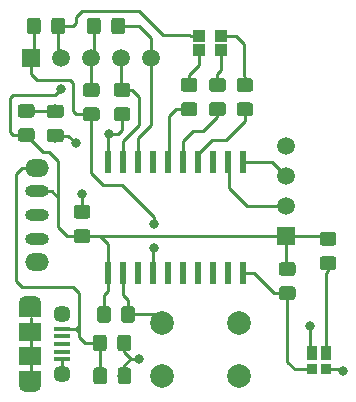
<source format=gbr>
G04 #@! TF.GenerationSoftware,KiCad,Pcbnew,5.0.0-fee4fd1~66~ubuntu18.04.1*
G04 #@! TF.CreationDate,2018-08-25T15:06:22-04:00*
G04 #@! TF.ProjectId,RGB Pulse Blinky,5247422050756C736520426C696E6B79,1*
G04 #@! TF.SameCoordinates,Original*
G04 #@! TF.FileFunction,Copper,L1,Top,Signal*
G04 #@! TF.FilePolarity,Positive*
%FSLAX46Y46*%
G04 Gerber Fmt 4.6, Leading zero omitted, Abs format (unit mm)*
G04 Created by KiCad (PCBNEW 5.0.0-fee4fd1~66~ubuntu18.04.1) date Sat Aug 25 15:06:22 2018*
%MOMM*%
%LPD*%
G01*
G04 APERTURE LIST*
G04 #@! TA.AperFunction,Conductor*
%ADD10C,0.100000*%
G04 #@! TD*
G04 #@! TA.AperFunction,SMDPad,CuDef*
%ADD11C,1.150000*%
G04 #@! TD*
G04 #@! TA.AperFunction,SMDPad,CuDef*
%ADD12R,1.000000X1.000000*%
G04 #@! TD*
G04 #@! TA.AperFunction,SMDPad,CuDef*
%ADD13R,1.900000X1.200000*%
G04 #@! TD*
G04 #@! TA.AperFunction,ComponentPad*
%ADD14O,1.900000X1.200000*%
G04 #@! TD*
G04 #@! TA.AperFunction,SMDPad,CuDef*
%ADD15R,1.900000X1.500000*%
G04 #@! TD*
G04 #@! TA.AperFunction,ComponentPad*
%ADD16C,1.450000*%
G04 #@! TD*
G04 #@! TA.AperFunction,SMDPad,CuDef*
%ADD17R,1.350000X0.400000*%
G04 #@! TD*
G04 #@! TA.AperFunction,ComponentPad*
%ADD18C,1.500000*%
G04 #@! TD*
G04 #@! TA.AperFunction,ComponentPad*
%ADD19R,1.500000X1.500000*%
G04 #@! TD*
G04 #@! TA.AperFunction,ComponentPad*
%ADD20O,2.000000X1.500000*%
G04 #@! TD*
G04 #@! TA.AperFunction,ComponentPad*
%ADD21O,2.000000X1.000000*%
G04 #@! TD*
G04 #@! TA.AperFunction,ComponentPad*
%ADD22C,2.000000*%
G04 #@! TD*
G04 #@! TA.AperFunction,SMDPad,CuDef*
%ADD23R,0.850000X1.150000*%
G04 #@! TD*
G04 #@! TA.AperFunction,SMDPad,CuDef*
%ADD24R,0.850000X0.950000*%
G04 #@! TD*
G04 #@! TA.AperFunction,SMDPad,CuDef*
%ADD25R,0.970000X1.150000*%
G04 #@! TD*
G04 #@! TA.AperFunction,SMDPad,CuDef*
%ADD26R,0.970000X0.950000*%
G04 #@! TD*
G04 #@! TA.AperFunction,SMDPad,CuDef*
%ADD27R,0.600000X1.950000*%
G04 #@! TD*
G04 #@! TA.AperFunction,ViaPad*
%ADD28C,0.800000*%
G04 #@! TD*
G04 #@! TA.AperFunction,Conductor*
%ADD29C,0.250000*%
G04 #@! TD*
G04 APERTURE END LIST*
D10*
G04 #@! TO.N,GND*
G04 #@! TO.C,C1*
G36*
X140844505Y-130259204D02*
X140868773Y-130262804D01*
X140892572Y-130268765D01*
X140915671Y-130277030D01*
X140937850Y-130287520D01*
X140958893Y-130300132D01*
X140978599Y-130314747D01*
X140996777Y-130331223D01*
X141013253Y-130349401D01*
X141027868Y-130369107D01*
X141040480Y-130390150D01*
X141050970Y-130412329D01*
X141059235Y-130435428D01*
X141065196Y-130459227D01*
X141068796Y-130483495D01*
X141070000Y-130507999D01*
X141070000Y-131408001D01*
X141068796Y-131432505D01*
X141065196Y-131456773D01*
X141059235Y-131480572D01*
X141050970Y-131503671D01*
X141040480Y-131525850D01*
X141027868Y-131546893D01*
X141013253Y-131566599D01*
X140996777Y-131584777D01*
X140978599Y-131601253D01*
X140958893Y-131615868D01*
X140937850Y-131628480D01*
X140915671Y-131638970D01*
X140892572Y-131647235D01*
X140868773Y-131653196D01*
X140844505Y-131656796D01*
X140820001Y-131658000D01*
X140169999Y-131658000D01*
X140145495Y-131656796D01*
X140121227Y-131653196D01*
X140097428Y-131647235D01*
X140074329Y-131638970D01*
X140052150Y-131628480D01*
X140031107Y-131615868D01*
X140011401Y-131601253D01*
X139993223Y-131584777D01*
X139976747Y-131566599D01*
X139962132Y-131546893D01*
X139949520Y-131525850D01*
X139939030Y-131503671D01*
X139930765Y-131480572D01*
X139924804Y-131456773D01*
X139921204Y-131432505D01*
X139920000Y-131408001D01*
X139920000Y-130507999D01*
X139921204Y-130483495D01*
X139924804Y-130459227D01*
X139930765Y-130435428D01*
X139939030Y-130412329D01*
X139949520Y-130390150D01*
X139962132Y-130369107D01*
X139976747Y-130349401D01*
X139993223Y-130331223D01*
X140011401Y-130314747D01*
X140031107Y-130300132D01*
X140052150Y-130287520D01*
X140074329Y-130277030D01*
X140097428Y-130268765D01*
X140121227Y-130262804D01*
X140145495Y-130259204D01*
X140169999Y-130258000D01*
X140820001Y-130258000D01*
X140844505Y-130259204D01*
X140844505Y-130259204D01*
G37*
D11*
G04 #@! TD*
G04 #@! TO.P,C1,2*
G04 #@! TO.N,GND*
X140495000Y-130958000D03*
D10*
G04 #@! TO.N,Net-(C1-Pad1)*
G04 #@! TO.C,C1*
G36*
X138794505Y-130259204D02*
X138818773Y-130262804D01*
X138842572Y-130268765D01*
X138865671Y-130277030D01*
X138887850Y-130287520D01*
X138908893Y-130300132D01*
X138928599Y-130314747D01*
X138946777Y-130331223D01*
X138963253Y-130349401D01*
X138977868Y-130369107D01*
X138990480Y-130390150D01*
X139000970Y-130412329D01*
X139009235Y-130435428D01*
X139015196Y-130459227D01*
X139018796Y-130483495D01*
X139020000Y-130507999D01*
X139020000Y-131408001D01*
X139018796Y-131432505D01*
X139015196Y-131456773D01*
X139009235Y-131480572D01*
X139000970Y-131503671D01*
X138990480Y-131525850D01*
X138977868Y-131546893D01*
X138963253Y-131566599D01*
X138946777Y-131584777D01*
X138928599Y-131601253D01*
X138908893Y-131615868D01*
X138887850Y-131628480D01*
X138865671Y-131638970D01*
X138842572Y-131647235D01*
X138818773Y-131653196D01*
X138794505Y-131656796D01*
X138770001Y-131658000D01*
X138119999Y-131658000D01*
X138095495Y-131656796D01*
X138071227Y-131653196D01*
X138047428Y-131647235D01*
X138024329Y-131638970D01*
X138002150Y-131628480D01*
X137981107Y-131615868D01*
X137961401Y-131601253D01*
X137943223Y-131584777D01*
X137926747Y-131566599D01*
X137912132Y-131546893D01*
X137899520Y-131525850D01*
X137889030Y-131503671D01*
X137880765Y-131480572D01*
X137874804Y-131456773D01*
X137871204Y-131432505D01*
X137870000Y-131408001D01*
X137870000Y-130507999D01*
X137871204Y-130483495D01*
X137874804Y-130459227D01*
X137880765Y-130435428D01*
X137889030Y-130412329D01*
X137899520Y-130390150D01*
X137912132Y-130369107D01*
X137926747Y-130349401D01*
X137943223Y-130331223D01*
X137961401Y-130314747D01*
X137981107Y-130300132D01*
X138002150Y-130287520D01*
X138024329Y-130277030D01*
X138047428Y-130268765D01*
X138071227Y-130262804D01*
X138095495Y-130259204D01*
X138119999Y-130258000D01*
X138770001Y-130258000D01*
X138794505Y-130259204D01*
X138794505Y-130259204D01*
G37*
D11*
G04 #@! TD*
G04 #@! TO.P,C1,1*
G04 #@! TO.N,Net-(C1-Pad1)*
X138445000Y-130958000D03*
D10*
G04 #@! TO.N,GND*
G04 #@! TO.C,C2*
G36*
X140824505Y-127489204D02*
X140848773Y-127492804D01*
X140872572Y-127498765D01*
X140895671Y-127507030D01*
X140917850Y-127517520D01*
X140938893Y-127530132D01*
X140958599Y-127544747D01*
X140976777Y-127561223D01*
X140993253Y-127579401D01*
X141007868Y-127599107D01*
X141020480Y-127620150D01*
X141030970Y-127642329D01*
X141039235Y-127665428D01*
X141045196Y-127689227D01*
X141048796Y-127713495D01*
X141050000Y-127737999D01*
X141050000Y-128638001D01*
X141048796Y-128662505D01*
X141045196Y-128686773D01*
X141039235Y-128710572D01*
X141030970Y-128733671D01*
X141020480Y-128755850D01*
X141007868Y-128776893D01*
X140993253Y-128796599D01*
X140976777Y-128814777D01*
X140958599Y-128831253D01*
X140938893Y-128845868D01*
X140917850Y-128858480D01*
X140895671Y-128868970D01*
X140872572Y-128877235D01*
X140848773Y-128883196D01*
X140824505Y-128886796D01*
X140800001Y-128888000D01*
X140149999Y-128888000D01*
X140125495Y-128886796D01*
X140101227Y-128883196D01*
X140077428Y-128877235D01*
X140054329Y-128868970D01*
X140032150Y-128858480D01*
X140011107Y-128845868D01*
X139991401Y-128831253D01*
X139973223Y-128814777D01*
X139956747Y-128796599D01*
X139942132Y-128776893D01*
X139929520Y-128755850D01*
X139919030Y-128733671D01*
X139910765Y-128710572D01*
X139904804Y-128686773D01*
X139901204Y-128662505D01*
X139900000Y-128638001D01*
X139900000Y-127737999D01*
X139901204Y-127713495D01*
X139904804Y-127689227D01*
X139910765Y-127665428D01*
X139919030Y-127642329D01*
X139929520Y-127620150D01*
X139942132Y-127599107D01*
X139956747Y-127579401D01*
X139973223Y-127561223D01*
X139991401Y-127544747D01*
X140011107Y-127530132D01*
X140032150Y-127517520D01*
X140054329Y-127507030D01*
X140077428Y-127498765D01*
X140101227Y-127492804D01*
X140125495Y-127489204D01*
X140149999Y-127488000D01*
X140800001Y-127488000D01*
X140824505Y-127489204D01*
X140824505Y-127489204D01*
G37*
D11*
G04 #@! TD*
G04 #@! TO.P,C2,2*
G04 #@! TO.N,GND*
X140475000Y-128188000D03*
D10*
G04 #@! TO.N,Net-(C1-Pad1)*
G04 #@! TO.C,C2*
G36*
X138774505Y-127489204D02*
X138798773Y-127492804D01*
X138822572Y-127498765D01*
X138845671Y-127507030D01*
X138867850Y-127517520D01*
X138888893Y-127530132D01*
X138908599Y-127544747D01*
X138926777Y-127561223D01*
X138943253Y-127579401D01*
X138957868Y-127599107D01*
X138970480Y-127620150D01*
X138980970Y-127642329D01*
X138989235Y-127665428D01*
X138995196Y-127689227D01*
X138998796Y-127713495D01*
X139000000Y-127737999D01*
X139000000Y-128638001D01*
X138998796Y-128662505D01*
X138995196Y-128686773D01*
X138989235Y-128710572D01*
X138980970Y-128733671D01*
X138970480Y-128755850D01*
X138957868Y-128776893D01*
X138943253Y-128796599D01*
X138926777Y-128814777D01*
X138908599Y-128831253D01*
X138888893Y-128845868D01*
X138867850Y-128858480D01*
X138845671Y-128868970D01*
X138822572Y-128877235D01*
X138798773Y-128883196D01*
X138774505Y-128886796D01*
X138750001Y-128888000D01*
X138099999Y-128888000D01*
X138075495Y-128886796D01*
X138051227Y-128883196D01*
X138027428Y-128877235D01*
X138004329Y-128868970D01*
X137982150Y-128858480D01*
X137961107Y-128845868D01*
X137941401Y-128831253D01*
X137923223Y-128814777D01*
X137906747Y-128796599D01*
X137892132Y-128776893D01*
X137879520Y-128755850D01*
X137869030Y-128733671D01*
X137860765Y-128710572D01*
X137854804Y-128686773D01*
X137851204Y-128662505D01*
X137850000Y-128638001D01*
X137850000Y-127737999D01*
X137851204Y-127713495D01*
X137854804Y-127689227D01*
X137860765Y-127665428D01*
X137869030Y-127642329D01*
X137879520Y-127620150D01*
X137892132Y-127599107D01*
X137906747Y-127579401D01*
X137923223Y-127561223D01*
X137941401Y-127544747D01*
X137961107Y-127530132D01*
X137982150Y-127517520D01*
X138004329Y-127507030D01*
X138027428Y-127498765D01*
X138051227Y-127492804D01*
X138075495Y-127489204D01*
X138099999Y-127488000D01*
X138750001Y-127488000D01*
X138774505Y-127489204D01*
X138774505Y-127489204D01*
G37*
D11*
G04 #@! TD*
G04 #@! TO.P,C2,1*
G04 #@! TO.N,Net-(C1-Pad1)*
X138425000Y-128188000D03*
D10*
G04 #@! TO.N,GND*
G04 #@! TO.C,C3*
G36*
X138166505Y-106191204D02*
X138190773Y-106194804D01*
X138214572Y-106200765D01*
X138237671Y-106209030D01*
X138259850Y-106219520D01*
X138280893Y-106232132D01*
X138300599Y-106246747D01*
X138318777Y-106263223D01*
X138335253Y-106281401D01*
X138349868Y-106301107D01*
X138362480Y-106322150D01*
X138372970Y-106344329D01*
X138381235Y-106367428D01*
X138387196Y-106391227D01*
X138390796Y-106415495D01*
X138392000Y-106439999D01*
X138392000Y-107090001D01*
X138390796Y-107114505D01*
X138387196Y-107138773D01*
X138381235Y-107162572D01*
X138372970Y-107185671D01*
X138362480Y-107207850D01*
X138349868Y-107228893D01*
X138335253Y-107248599D01*
X138318777Y-107266777D01*
X138300599Y-107283253D01*
X138280893Y-107297868D01*
X138259850Y-107310480D01*
X138237671Y-107320970D01*
X138214572Y-107329235D01*
X138190773Y-107335196D01*
X138166505Y-107338796D01*
X138142001Y-107340000D01*
X137241999Y-107340000D01*
X137217495Y-107338796D01*
X137193227Y-107335196D01*
X137169428Y-107329235D01*
X137146329Y-107320970D01*
X137124150Y-107310480D01*
X137103107Y-107297868D01*
X137083401Y-107283253D01*
X137065223Y-107266777D01*
X137048747Y-107248599D01*
X137034132Y-107228893D01*
X137021520Y-107207850D01*
X137011030Y-107185671D01*
X137002765Y-107162572D01*
X136996804Y-107138773D01*
X136993204Y-107114505D01*
X136992000Y-107090001D01*
X136992000Y-106439999D01*
X136993204Y-106415495D01*
X136996804Y-106391227D01*
X137002765Y-106367428D01*
X137011030Y-106344329D01*
X137021520Y-106322150D01*
X137034132Y-106301107D01*
X137048747Y-106281401D01*
X137065223Y-106263223D01*
X137083401Y-106246747D01*
X137103107Y-106232132D01*
X137124150Y-106219520D01*
X137146329Y-106209030D01*
X137169428Y-106200765D01*
X137193227Y-106194804D01*
X137217495Y-106191204D01*
X137241999Y-106190000D01*
X138142001Y-106190000D01*
X138166505Y-106191204D01*
X138166505Y-106191204D01*
G37*
D11*
G04 #@! TD*
G04 #@! TO.P,C3,2*
G04 #@! TO.N,GND*
X137692000Y-106765000D03*
D10*
G04 #@! TO.N,Net-(C3-Pad1)*
G04 #@! TO.C,C3*
G36*
X138166505Y-108241204D02*
X138190773Y-108244804D01*
X138214572Y-108250765D01*
X138237671Y-108259030D01*
X138259850Y-108269520D01*
X138280893Y-108282132D01*
X138300599Y-108296747D01*
X138318777Y-108313223D01*
X138335253Y-108331401D01*
X138349868Y-108351107D01*
X138362480Y-108372150D01*
X138372970Y-108394329D01*
X138381235Y-108417428D01*
X138387196Y-108441227D01*
X138390796Y-108465495D01*
X138392000Y-108489999D01*
X138392000Y-109140001D01*
X138390796Y-109164505D01*
X138387196Y-109188773D01*
X138381235Y-109212572D01*
X138372970Y-109235671D01*
X138362480Y-109257850D01*
X138349868Y-109278893D01*
X138335253Y-109298599D01*
X138318777Y-109316777D01*
X138300599Y-109333253D01*
X138280893Y-109347868D01*
X138259850Y-109360480D01*
X138237671Y-109370970D01*
X138214572Y-109379235D01*
X138190773Y-109385196D01*
X138166505Y-109388796D01*
X138142001Y-109390000D01*
X137241999Y-109390000D01*
X137217495Y-109388796D01*
X137193227Y-109385196D01*
X137169428Y-109379235D01*
X137146329Y-109370970D01*
X137124150Y-109360480D01*
X137103107Y-109347868D01*
X137083401Y-109333253D01*
X137065223Y-109316777D01*
X137048747Y-109298599D01*
X137034132Y-109278893D01*
X137021520Y-109257850D01*
X137011030Y-109235671D01*
X137002765Y-109212572D01*
X136996804Y-109188773D01*
X136993204Y-109164505D01*
X136992000Y-109140001D01*
X136992000Y-108489999D01*
X136993204Y-108465495D01*
X136996804Y-108441227D01*
X137002765Y-108417428D01*
X137011030Y-108394329D01*
X137021520Y-108372150D01*
X137034132Y-108351107D01*
X137048747Y-108331401D01*
X137065223Y-108313223D01*
X137083401Y-108296747D01*
X137103107Y-108282132D01*
X137124150Y-108269520D01*
X137146329Y-108259030D01*
X137169428Y-108250765D01*
X137193227Y-108244804D01*
X137217495Y-108241204D01*
X137241999Y-108240000D01*
X138142001Y-108240000D01*
X138166505Y-108241204D01*
X138166505Y-108241204D01*
G37*
D11*
G04 #@! TD*
G04 #@! TO.P,C3,1*
G04 #@! TO.N,Net-(C3-Pad1)*
X137692000Y-108815000D03*
D10*
G04 #@! TO.N,GND*
G04 #@! TO.C,C4*
G36*
X137380505Y-116511204D02*
X137404773Y-116514804D01*
X137428572Y-116520765D01*
X137451671Y-116529030D01*
X137473850Y-116539520D01*
X137494893Y-116552132D01*
X137514599Y-116566747D01*
X137532777Y-116583223D01*
X137549253Y-116601401D01*
X137563868Y-116621107D01*
X137576480Y-116642150D01*
X137586970Y-116664329D01*
X137595235Y-116687428D01*
X137601196Y-116711227D01*
X137604796Y-116735495D01*
X137606000Y-116759999D01*
X137606000Y-117410001D01*
X137604796Y-117434505D01*
X137601196Y-117458773D01*
X137595235Y-117482572D01*
X137586970Y-117505671D01*
X137576480Y-117527850D01*
X137563868Y-117548893D01*
X137549253Y-117568599D01*
X137532777Y-117586777D01*
X137514599Y-117603253D01*
X137494893Y-117617868D01*
X137473850Y-117630480D01*
X137451671Y-117640970D01*
X137428572Y-117649235D01*
X137404773Y-117655196D01*
X137380505Y-117658796D01*
X137356001Y-117660000D01*
X136455999Y-117660000D01*
X136431495Y-117658796D01*
X136407227Y-117655196D01*
X136383428Y-117649235D01*
X136360329Y-117640970D01*
X136338150Y-117630480D01*
X136317107Y-117617868D01*
X136297401Y-117603253D01*
X136279223Y-117586777D01*
X136262747Y-117568599D01*
X136248132Y-117548893D01*
X136235520Y-117527850D01*
X136225030Y-117505671D01*
X136216765Y-117482572D01*
X136210804Y-117458773D01*
X136207204Y-117434505D01*
X136206000Y-117410001D01*
X136206000Y-116759999D01*
X136207204Y-116735495D01*
X136210804Y-116711227D01*
X136216765Y-116687428D01*
X136225030Y-116664329D01*
X136235520Y-116642150D01*
X136248132Y-116621107D01*
X136262747Y-116601401D01*
X136279223Y-116583223D01*
X136297401Y-116566747D01*
X136317107Y-116552132D01*
X136338150Y-116539520D01*
X136360329Y-116529030D01*
X136383428Y-116520765D01*
X136407227Y-116514804D01*
X136431495Y-116511204D01*
X136455999Y-116510000D01*
X137356001Y-116510000D01*
X137380505Y-116511204D01*
X137380505Y-116511204D01*
G37*
D11*
G04 #@! TD*
G04 #@! TO.P,C4,2*
G04 #@! TO.N,GND*
X136906000Y-117085000D03*
D10*
G04 #@! TO.N,VDD*
G04 #@! TO.C,C4*
G36*
X137380505Y-118561204D02*
X137404773Y-118564804D01*
X137428572Y-118570765D01*
X137451671Y-118579030D01*
X137473850Y-118589520D01*
X137494893Y-118602132D01*
X137514599Y-118616747D01*
X137532777Y-118633223D01*
X137549253Y-118651401D01*
X137563868Y-118671107D01*
X137576480Y-118692150D01*
X137586970Y-118714329D01*
X137595235Y-118737428D01*
X137601196Y-118761227D01*
X137604796Y-118785495D01*
X137606000Y-118809999D01*
X137606000Y-119460001D01*
X137604796Y-119484505D01*
X137601196Y-119508773D01*
X137595235Y-119532572D01*
X137586970Y-119555671D01*
X137576480Y-119577850D01*
X137563868Y-119598893D01*
X137549253Y-119618599D01*
X137532777Y-119636777D01*
X137514599Y-119653253D01*
X137494893Y-119667868D01*
X137473850Y-119680480D01*
X137451671Y-119690970D01*
X137428572Y-119699235D01*
X137404773Y-119705196D01*
X137380505Y-119708796D01*
X137356001Y-119710000D01*
X136455999Y-119710000D01*
X136431495Y-119708796D01*
X136407227Y-119705196D01*
X136383428Y-119699235D01*
X136360329Y-119690970D01*
X136338150Y-119680480D01*
X136317107Y-119667868D01*
X136297401Y-119653253D01*
X136279223Y-119636777D01*
X136262747Y-119618599D01*
X136248132Y-119598893D01*
X136235520Y-119577850D01*
X136225030Y-119555671D01*
X136216765Y-119532572D01*
X136210804Y-119508773D01*
X136207204Y-119484505D01*
X136206000Y-119460001D01*
X136206000Y-118809999D01*
X136207204Y-118785495D01*
X136210804Y-118761227D01*
X136216765Y-118737428D01*
X136225030Y-118714329D01*
X136235520Y-118692150D01*
X136248132Y-118671107D01*
X136262747Y-118651401D01*
X136279223Y-118633223D01*
X136297401Y-118616747D01*
X136317107Y-118602132D01*
X136338150Y-118589520D01*
X136360329Y-118579030D01*
X136383428Y-118570765D01*
X136407227Y-118564804D01*
X136431495Y-118561204D01*
X136455999Y-118560000D01*
X137356001Y-118560000D01*
X137380505Y-118561204D01*
X137380505Y-118561204D01*
G37*
D11*
G04 #@! TD*
G04 #@! TO.P,C4,1*
G04 #@! TO.N,VDD*
X136906000Y-119135000D03*
D12*
G04 #@! TO.P,D1,2*
G04 #@! TO.N,Net-(D1-Pad2)*
X148687000Y-103405000D03*
G04 #@! TO.P,D1,1*
G04 #@! TO.N,Net-(D1-Pad1)*
X148687000Y-102155000D03*
G04 #@! TO.P,D1,3*
G04 #@! TO.N,Net-(D1-Pad3)*
X146837000Y-103405000D03*
G04 #@! TO.P,D1,4*
G04 #@! TO.N,VDD*
X146837000Y-102155000D03*
G04 #@! TD*
D10*
G04 #@! TO.N,Net-(D2-Pad2)*
G04 #@! TO.C,D2*
G36*
X135122505Y-107995204D02*
X135146773Y-107998804D01*
X135170572Y-108004765D01*
X135193671Y-108013030D01*
X135215850Y-108023520D01*
X135236893Y-108036132D01*
X135256599Y-108050747D01*
X135274777Y-108067223D01*
X135291253Y-108085401D01*
X135305868Y-108105107D01*
X135318480Y-108126150D01*
X135328970Y-108148329D01*
X135337235Y-108171428D01*
X135343196Y-108195227D01*
X135346796Y-108219495D01*
X135348000Y-108243999D01*
X135348000Y-108894001D01*
X135346796Y-108918505D01*
X135343196Y-108942773D01*
X135337235Y-108966572D01*
X135328970Y-108989671D01*
X135318480Y-109011850D01*
X135305868Y-109032893D01*
X135291253Y-109052599D01*
X135274777Y-109070777D01*
X135256599Y-109087253D01*
X135236893Y-109101868D01*
X135215850Y-109114480D01*
X135193671Y-109124970D01*
X135170572Y-109133235D01*
X135146773Y-109139196D01*
X135122505Y-109142796D01*
X135098001Y-109144000D01*
X134197999Y-109144000D01*
X134173495Y-109142796D01*
X134149227Y-109139196D01*
X134125428Y-109133235D01*
X134102329Y-109124970D01*
X134080150Y-109114480D01*
X134059107Y-109101868D01*
X134039401Y-109087253D01*
X134021223Y-109070777D01*
X134004747Y-109052599D01*
X133990132Y-109032893D01*
X133977520Y-109011850D01*
X133967030Y-108989671D01*
X133958765Y-108966572D01*
X133952804Y-108942773D01*
X133949204Y-108918505D01*
X133948000Y-108894001D01*
X133948000Y-108243999D01*
X133949204Y-108219495D01*
X133952804Y-108195227D01*
X133958765Y-108171428D01*
X133967030Y-108148329D01*
X133977520Y-108126150D01*
X133990132Y-108105107D01*
X134004747Y-108085401D01*
X134021223Y-108067223D01*
X134039401Y-108050747D01*
X134059107Y-108036132D01*
X134080150Y-108023520D01*
X134102329Y-108013030D01*
X134125428Y-108004765D01*
X134149227Y-107998804D01*
X134173495Y-107995204D01*
X134197999Y-107994000D01*
X135098001Y-107994000D01*
X135122505Y-107995204D01*
X135122505Y-107995204D01*
G37*
D11*
G04 #@! TD*
G04 #@! TO.P,D2,2*
G04 #@! TO.N,Net-(D2-Pad2)*
X134648000Y-108569000D03*
D10*
G04 #@! TO.N,GND*
G04 #@! TO.C,D2*
G36*
X135122505Y-110045204D02*
X135146773Y-110048804D01*
X135170572Y-110054765D01*
X135193671Y-110063030D01*
X135215850Y-110073520D01*
X135236893Y-110086132D01*
X135256599Y-110100747D01*
X135274777Y-110117223D01*
X135291253Y-110135401D01*
X135305868Y-110155107D01*
X135318480Y-110176150D01*
X135328970Y-110198329D01*
X135337235Y-110221428D01*
X135343196Y-110245227D01*
X135346796Y-110269495D01*
X135348000Y-110293999D01*
X135348000Y-110944001D01*
X135346796Y-110968505D01*
X135343196Y-110992773D01*
X135337235Y-111016572D01*
X135328970Y-111039671D01*
X135318480Y-111061850D01*
X135305868Y-111082893D01*
X135291253Y-111102599D01*
X135274777Y-111120777D01*
X135256599Y-111137253D01*
X135236893Y-111151868D01*
X135215850Y-111164480D01*
X135193671Y-111174970D01*
X135170572Y-111183235D01*
X135146773Y-111189196D01*
X135122505Y-111192796D01*
X135098001Y-111194000D01*
X134197999Y-111194000D01*
X134173495Y-111192796D01*
X134149227Y-111189196D01*
X134125428Y-111183235D01*
X134102329Y-111174970D01*
X134080150Y-111164480D01*
X134059107Y-111151868D01*
X134039401Y-111137253D01*
X134021223Y-111120777D01*
X134004747Y-111102599D01*
X133990132Y-111082893D01*
X133977520Y-111061850D01*
X133967030Y-111039671D01*
X133958765Y-111016572D01*
X133952804Y-110992773D01*
X133949204Y-110968505D01*
X133948000Y-110944001D01*
X133948000Y-110293999D01*
X133949204Y-110269495D01*
X133952804Y-110245227D01*
X133958765Y-110221428D01*
X133967030Y-110198329D01*
X133977520Y-110176150D01*
X133990132Y-110155107D01*
X134004747Y-110135401D01*
X134021223Y-110117223D01*
X134039401Y-110100747D01*
X134059107Y-110086132D01*
X134080150Y-110073520D01*
X134102329Y-110063030D01*
X134125428Y-110054765D01*
X134149227Y-110048804D01*
X134173495Y-110045204D01*
X134197999Y-110044000D01*
X135098001Y-110044000D01*
X135122505Y-110045204D01*
X135122505Y-110045204D01*
G37*
D11*
G04 #@! TD*
G04 #@! TO.P,D2,1*
G04 #@! TO.N,GND*
X134648000Y-110619000D03*
D13*
G04 #@! TO.P,J1,6*
G04 #@! TO.N,GND*
X132492000Y-125370000D03*
X132492000Y-131170000D03*
D14*
X132492000Y-131770000D03*
X132492000Y-124770000D03*
D15*
X132492000Y-127270000D03*
D16*
X135192000Y-130770000D03*
D17*
G04 #@! TO.P,J1,3*
G04 #@! TO.N,Net-(J1-Pad3)*
X135192000Y-128270000D03*
G04 #@! TO.P,J1,4*
G04 #@! TO.N,Net-(J1-Pad4)*
X135192000Y-128920000D03*
G04 #@! TO.P,J1,5*
G04 #@! TO.N,GND*
X135192000Y-129570000D03*
G04 #@! TO.P,J1,1*
G04 #@! TO.N,Net-(C1-Pad1)*
X135192000Y-126970000D03*
G04 #@! TO.P,J1,2*
G04 #@! TO.N,Net-(J1-Pad2)*
X135192000Y-127620000D03*
D16*
G04 #@! TO.P,J1,6*
G04 #@! TO.N,GND*
X135192000Y-125770000D03*
D15*
X132492000Y-129270000D03*
G04 #@! TD*
D18*
G04 #@! TO.P,J2,5*
G04 #@! TO.N,Net-(J2-Pad5)*
X142782000Y-104050000D03*
G04 #@! TO.P,J2,4*
G04 #@! TO.N,Net-(J2-Pad4)*
X140242000Y-104050000D03*
G04 #@! TO.P,J2,3*
G04 #@! TO.N,GND*
X137702000Y-104050000D03*
G04 #@! TO.P,J2,2*
G04 #@! TO.N,VDD*
X135162000Y-104050000D03*
D19*
G04 #@! TO.P,J2,1*
G04 #@! TO.N,Net-(C3-Pad1)*
X132622000Y-104050000D03*
G04 #@! TD*
D18*
G04 #@! TO.P,J3,4*
G04 #@! TO.N,GND*
X154212000Y-111540000D03*
G04 #@! TO.P,J3,3*
G04 #@! TO.N,Net-(J3-Pad3)*
X154212000Y-114080000D03*
G04 #@! TO.P,J3,2*
G04 #@! TO.N,Net-(J3-Pad2)*
X154212000Y-116620000D03*
D19*
G04 #@! TO.P,J3,1*
G04 #@! TO.N,VDD*
X154212000Y-119160000D03*
G04 #@! TD*
D10*
G04 #@! TO.N,Net-(R1-Pad2)*
G04 #@! TO.C,R1*
G36*
X141161505Y-125071204D02*
X141185773Y-125074804D01*
X141209572Y-125080765D01*
X141232671Y-125089030D01*
X141254850Y-125099520D01*
X141275893Y-125112132D01*
X141295599Y-125126747D01*
X141313777Y-125143223D01*
X141330253Y-125161401D01*
X141344868Y-125181107D01*
X141357480Y-125202150D01*
X141367970Y-125224329D01*
X141376235Y-125247428D01*
X141382196Y-125271227D01*
X141385796Y-125295495D01*
X141387000Y-125319999D01*
X141387000Y-126220001D01*
X141385796Y-126244505D01*
X141382196Y-126268773D01*
X141376235Y-126292572D01*
X141367970Y-126315671D01*
X141357480Y-126337850D01*
X141344868Y-126358893D01*
X141330253Y-126378599D01*
X141313777Y-126396777D01*
X141295599Y-126413253D01*
X141275893Y-126427868D01*
X141254850Y-126440480D01*
X141232671Y-126450970D01*
X141209572Y-126459235D01*
X141185773Y-126465196D01*
X141161505Y-126468796D01*
X141137001Y-126470000D01*
X140486999Y-126470000D01*
X140462495Y-126468796D01*
X140438227Y-126465196D01*
X140414428Y-126459235D01*
X140391329Y-126450970D01*
X140369150Y-126440480D01*
X140348107Y-126427868D01*
X140328401Y-126413253D01*
X140310223Y-126396777D01*
X140293747Y-126378599D01*
X140279132Y-126358893D01*
X140266520Y-126337850D01*
X140256030Y-126315671D01*
X140247765Y-126292572D01*
X140241804Y-126268773D01*
X140238204Y-126244505D01*
X140237000Y-126220001D01*
X140237000Y-125319999D01*
X140238204Y-125295495D01*
X140241804Y-125271227D01*
X140247765Y-125247428D01*
X140256030Y-125224329D01*
X140266520Y-125202150D01*
X140279132Y-125181107D01*
X140293747Y-125161401D01*
X140310223Y-125143223D01*
X140328401Y-125126747D01*
X140348107Y-125112132D01*
X140369150Y-125099520D01*
X140391329Y-125089030D01*
X140414428Y-125080765D01*
X140438227Y-125074804D01*
X140462495Y-125071204D01*
X140486999Y-125070000D01*
X141137001Y-125070000D01*
X141161505Y-125071204D01*
X141161505Y-125071204D01*
G37*
D11*
G04 #@! TD*
G04 #@! TO.P,R1,2*
G04 #@! TO.N,Net-(R1-Pad2)*
X140812000Y-125770000D03*
D10*
G04 #@! TO.N,VDD*
G04 #@! TO.C,R1*
G36*
X139111505Y-125071204D02*
X139135773Y-125074804D01*
X139159572Y-125080765D01*
X139182671Y-125089030D01*
X139204850Y-125099520D01*
X139225893Y-125112132D01*
X139245599Y-125126747D01*
X139263777Y-125143223D01*
X139280253Y-125161401D01*
X139294868Y-125181107D01*
X139307480Y-125202150D01*
X139317970Y-125224329D01*
X139326235Y-125247428D01*
X139332196Y-125271227D01*
X139335796Y-125295495D01*
X139337000Y-125319999D01*
X139337000Y-126220001D01*
X139335796Y-126244505D01*
X139332196Y-126268773D01*
X139326235Y-126292572D01*
X139317970Y-126315671D01*
X139307480Y-126337850D01*
X139294868Y-126358893D01*
X139280253Y-126378599D01*
X139263777Y-126396777D01*
X139245599Y-126413253D01*
X139225893Y-126427868D01*
X139204850Y-126440480D01*
X139182671Y-126450970D01*
X139159572Y-126459235D01*
X139135773Y-126465196D01*
X139111505Y-126468796D01*
X139087001Y-126470000D01*
X138436999Y-126470000D01*
X138412495Y-126468796D01*
X138388227Y-126465196D01*
X138364428Y-126459235D01*
X138341329Y-126450970D01*
X138319150Y-126440480D01*
X138298107Y-126427868D01*
X138278401Y-126413253D01*
X138260223Y-126396777D01*
X138243747Y-126378599D01*
X138229132Y-126358893D01*
X138216520Y-126337850D01*
X138206030Y-126315671D01*
X138197765Y-126292572D01*
X138191804Y-126268773D01*
X138188204Y-126244505D01*
X138187000Y-126220001D01*
X138187000Y-125319999D01*
X138188204Y-125295495D01*
X138191804Y-125271227D01*
X138197765Y-125247428D01*
X138206030Y-125224329D01*
X138216520Y-125202150D01*
X138229132Y-125181107D01*
X138243747Y-125161401D01*
X138260223Y-125143223D01*
X138278401Y-125126747D01*
X138298107Y-125112132D01*
X138319150Y-125099520D01*
X138341329Y-125089030D01*
X138364428Y-125080765D01*
X138388227Y-125074804D01*
X138412495Y-125071204D01*
X138436999Y-125070000D01*
X139087001Y-125070000D01*
X139111505Y-125071204D01*
X139111505Y-125071204D01*
G37*
D11*
G04 #@! TD*
G04 #@! TO.P,R1,1*
G04 #@! TO.N,VDD*
X138762000Y-125770000D03*
D10*
G04 #@! TO.N,Net-(R2-Pad2)*
G04 #@! TO.C,R2*
G36*
X158208505Y-120847204D02*
X158232773Y-120850804D01*
X158256572Y-120856765D01*
X158279671Y-120865030D01*
X158301850Y-120875520D01*
X158322893Y-120888132D01*
X158342599Y-120902747D01*
X158360777Y-120919223D01*
X158377253Y-120937401D01*
X158391868Y-120957107D01*
X158404480Y-120978150D01*
X158414970Y-121000329D01*
X158423235Y-121023428D01*
X158429196Y-121047227D01*
X158432796Y-121071495D01*
X158434000Y-121095999D01*
X158434000Y-121746001D01*
X158432796Y-121770505D01*
X158429196Y-121794773D01*
X158423235Y-121818572D01*
X158414970Y-121841671D01*
X158404480Y-121863850D01*
X158391868Y-121884893D01*
X158377253Y-121904599D01*
X158360777Y-121922777D01*
X158342599Y-121939253D01*
X158322893Y-121953868D01*
X158301850Y-121966480D01*
X158279671Y-121976970D01*
X158256572Y-121985235D01*
X158232773Y-121991196D01*
X158208505Y-121994796D01*
X158184001Y-121996000D01*
X157283999Y-121996000D01*
X157259495Y-121994796D01*
X157235227Y-121991196D01*
X157211428Y-121985235D01*
X157188329Y-121976970D01*
X157166150Y-121966480D01*
X157145107Y-121953868D01*
X157125401Y-121939253D01*
X157107223Y-121922777D01*
X157090747Y-121904599D01*
X157076132Y-121884893D01*
X157063520Y-121863850D01*
X157053030Y-121841671D01*
X157044765Y-121818572D01*
X157038804Y-121794773D01*
X157035204Y-121770505D01*
X157034000Y-121746001D01*
X157034000Y-121095999D01*
X157035204Y-121071495D01*
X157038804Y-121047227D01*
X157044765Y-121023428D01*
X157053030Y-121000329D01*
X157063520Y-120978150D01*
X157076132Y-120957107D01*
X157090747Y-120937401D01*
X157107223Y-120919223D01*
X157125401Y-120902747D01*
X157145107Y-120888132D01*
X157166150Y-120875520D01*
X157188329Y-120865030D01*
X157211428Y-120856765D01*
X157235227Y-120850804D01*
X157259495Y-120847204D01*
X157283999Y-120846000D01*
X158184001Y-120846000D01*
X158208505Y-120847204D01*
X158208505Y-120847204D01*
G37*
D11*
G04 #@! TD*
G04 #@! TO.P,R2,2*
G04 #@! TO.N,Net-(R2-Pad2)*
X157734000Y-121421000D03*
D10*
G04 #@! TO.N,VDD*
G04 #@! TO.C,R2*
G36*
X158208505Y-118797204D02*
X158232773Y-118800804D01*
X158256572Y-118806765D01*
X158279671Y-118815030D01*
X158301850Y-118825520D01*
X158322893Y-118838132D01*
X158342599Y-118852747D01*
X158360777Y-118869223D01*
X158377253Y-118887401D01*
X158391868Y-118907107D01*
X158404480Y-118928150D01*
X158414970Y-118950329D01*
X158423235Y-118973428D01*
X158429196Y-118997227D01*
X158432796Y-119021495D01*
X158434000Y-119045999D01*
X158434000Y-119696001D01*
X158432796Y-119720505D01*
X158429196Y-119744773D01*
X158423235Y-119768572D01*
X158414970Y-119791671D01*
X158404480Y-119813850D01*
X158391868Y-119834893D01*
X158377253Y-119854599D01*
X158360777Y-119872777D01*
X158342599Y-119889253D01*
X158322893Y-119903868D01*
X158301850Y-119916480D01*
X158279671Y-119926970D01*
X158256572Y-119935235D01*
X158232773Y-119941196D01*
X158208505Y-119944796D01*
X158184001Y-119946000D01*
X157283999Y-119946000D01*
X157259495Y-119944796D01*
X157235227Y-119941196D01*
X157211428Y-119935235D01*
X157188329Y-119926970D01*
X157166150Y-119916480D01*
X157145107Y-119903868D01*
X157125401Y-119889253D01*
X157107223Y-119872777D01*
X157090747Y-119854599D01*
X157076132Y-119834893D01*
X157063520Y-119813850D01*
X157053030Y-119791671D01*
X157044765Y-119768572D01*
X157038804Y-119744773D01*
X157035204Y-119720505D01*
X157034000Y-119696001D01*
X157034000Y-119045999D01*
X157035204Y-119021495D01*
X157038804Y-118997227D01*
X157044765Y-118973428D01*
X157053030Y-118950329D01*
X157063520Y-118928150D01*
X157076132Y-118907107D01*
X157090747Y-118887401D01*
X157107223Y-118869223D01*
X157125401Y-118852747D01*
X157145107Y-118838132D01*
X157166150Y-118825520D01*
X157188329Y-118815030D01*
X157211428Y-118806765D01*
X157235227Y-118800804D01*
X157259495Y-118797204D01*
X157283999Y-118796000D01*
X158184001Y-118796000D01*
X158208505Y-118797204D01*
X158208505Y-118797204D01*
G37*
D11*
G04 #@! TD*
G04 #@! TO.P,R2,1*
G04 #@! TO.N,VDD*
X157734000Y-119371000D03*
D10*
G04 #@! TO.N,GND*
G04 #@! TO.C,R3*
G36*
X138262505Y-100647204D02*
X138286773Y-100650804D01*
X138310572Y-100656765D01*
X138333671Y-100665030D01*
X138355850Y-100675520D01*
X138376893Y-100688132D01*
X138396599Y-100702747D01*
X138414777Y-100719223D01*
X138431253Y-100737401D01*
X138445868Y-100757107D01*
X138458480Y-100778150D01*
X138468970Y-100800329D01*
X138477235Y-100823428D01*
X138483196Y-100847227D01*
X138486796Y-100871495D01*
X138488000Y-100895999D01*
X138488000Y-101796001D01*
X138486796Y-101820505D01*
X138483196Y-101844773D01*
X138477235Y-101868572D01*
X138468970Y-101891671D01*
X138458480Y-101913850D01*
X138445868Y-101934893D01*
X138431253Y-101954599D01*
X138414777Y-101972777D01*
X138396599Y-101989253D01*
X138376893Y-102003868D01*
X138355850Y-102016480D01*
X138333671Y-102026970D01*
X138310572Y-102035235D01*
X138286773Y-102041196D01*
X138262505Y-102044796D01*
X138238001Y-102046000D01*
X137587999Y-102046000D01*
X137563495Y-102044796D01*
X137539227Y-102041196D01*
X137515428Y-102035235D01*
X137492329Y-102026970D01*
X137470150Y-102016480D01*
X137449107Y-102003868D01*
X137429401Y-101989253D01*
X137411223Y-101972777D01*
X137394747Y-101954599D01*
X137380132Y-101934893D01*
X137367520Y-101913850D01*
X137357030Y-101891671D01*
X137348765Y-101868572D01*
X137342804Y-101844773D01*
X137339204Y-101820505D01*
X137338000Y-101796001D01*
X137338000Y-100895999D01*
X137339204Y-100871495D01*
X137342804Y-100847227D01*
X137348765Y-100823428D01*
X137357030Y-100800329D01*
X137367520Y-100778150D01*
X137380132Y-100757107D01*
X137394747Y-100737401D01*
X137411223Y-100719223D01*
X137429401Y-100702747D01*
X137449107Y-100688132D01*
X137470150Y-100675520D01*
X137492329Y-100665030D01*
X137515428Y-100656765D01*
X137539227Y-100650804D01*
X137563495Y-100647204D01*
X137587999Y-100646000D01*
X138238001Y-100646000D01*
X138262505Y-100647204D01*
X138262505Y-100647204D01*
G37*
D11*
G04 #@! TD*
G04 #@! TO.P,R3,2*
G04 #@! TO.N,GND*
X137913000Y-101346000D03*
D10*
G04 #@! TO.N,Net-(J2-Pad5)*
G04 #@! TO.C,R3*
G36*
X140312505Y-100647204D02*
X140336773Y-100650804D01*
X140360572Y-100656765D01*
X140383671Y-100665030D01*
X140405850Y-100675520D01*
X140426893Y-100688132D01*
X140446599Y-100702747D01*
X140464777Y-100719223D01*
X140481253Y-100737401D01*
X140495868Y-100757107D01*
X140508480Y-100778150D01*
X140518970Y-100800329D01*
X140527235Y-100823428D01*
X140533196Y-100847227D01*
X140536796Y-100871495D01*
X140538000Y-100895999D01*
X140538000Y-101796001D01*
X140536796Y-101820505D01*
X140533196Y-101844773D01*
X140527235Y-101868572D01*
X140518970Y-101891671D01*
X140508480Y-101913850D01*
X140495868Y-101934893D01*
X140481253Y-101954599D01*
X140464777Y-101972777D01*
X140446599Y-101989253D01*
X140426893Y-102003868D01*
X140405850Y-102016480D01*
X140383671Y-102026970D01*
X140360572Y-102035235D01*
X140336773Y-102041196D01*
X140312505Y-102044796D01*
X140288001Y-102046000D01*
X139637999Y-102046000D01*
X139613495Y-102044796D01*
X139589227Y-102041196D01*
X139565428Y-102035235D01*
X139542329Y-102026970D01*
X139520150Y-102016480D01*
X139499107Y-102003868D01*
X139479401Y-101989253D01*
X139461223Y-101972777D01*
X139444747Y-101954599D01*
X139430132Y-101934893D01*
X139417520Y-101913850D01*
X139407030Y-101891671D01*
X139398765Y-101868572D01*
X139392804Y-101844773D01*
X139389204Y-101820505D01*
X139388000Y-101796001D01*
X139388000Y-100895999D01*
X139389204Y-100871495D01*
X139392804Y-100847227D01*
X139398765Y-100823428D01*
X139407030Y-100800329D01*
X139417520Y-100778150D01*
X139430132Y-100757107D01*
X139444747Y-100737401D01*
X139461223Y-100719223D01*
X139479401Y-100702747D01*
X139499107Y-100688132D01*
X139520150Y-100675520D01*
X139542329Y-100665030D01*
X139565428Y-100656765D01*
X139589227Y-100650804D01*
X139613495Y-100647204D01*
X139637999Y-100646000D01*
X140288001Y-100646000D01*
X140312505Y-100647204D01*
X140312505Y-100647204D01*
G37*
D11*
G04 #@! TD*
G04 #@! TO.P,R3,1*
G04 #@! TO.N,Net-(J2-Pad5)*
X139963000Y-101346000D03*
D10*
G04 #@! TO.N,Net-(C3-Pad1)*
G04 #@! TO.C,R4*
G36*
X133182505Y-100647204D02*
X133206773Y-100650804D01*
X133230572Y-100656765D01*
X133253671Y-100665030D01*
X133275850Y-100675520D01*
X133296893Y-100688132D01*
X133316599Y-100702747D01*
X133334777Y-100719223D01*
X133351253Y-100737401D01*
X133365868Y-100757107D01*
X133378480Y-100778150D01*
X133388970Y-100800329D01*
X133397235Y-100823428D01*
X133403196Y-100847227D01*
X133406796Y-100871495D01*
X133408000Y-100895999D01*
X133408000Y-101796001D01*
X133406796Y-101820505D01*
X133403196Y-101844773D01*
X133397235Y-101868572D01*
X133388970Y-101891671D01*
X133378480Y-101913850D01*
X133365868Y-101934893D01*
X133351253Y-101954599D01*
X133334777Y-101972777D01*
X133316599Y-101989253D01*
X133296893Y-102003868D01*
X133275850Y-102016480D01*
X133253671Y-102026970D01*
X133230572Y-102035235D01*
X133206773Y-102041196D01*
X133182505Y-102044796D01*
X133158001Y-102046000D01*
X132507999Y-102046000D01*
X132483495Y-102044796D01*
X132459227Y-102041196D01*
X132435428Y-102035235D01*
X132412329Y-102026970D01*
X132390150Y-102016480D01*
X132369107Y-102003868D01*
X132349401Y-101989253D01*
X132331223Y-101972777D01*
X132314747Y-101954599D01*
X132300132Y-101934893D01*
X132287520Y-101913850D01*
X132277030Y-101891671D01*
X132268765Y-101868572D01*
X132262804Y-101844773D01*
X132259204Y-101820505D01*
X132258000Y-101796001D01*
X132258000Y-100895999D01*
X132259204Y-100871495D01*
X132262804Y-100847227D01*
X132268765Y-100823428D01*
X132277030Y-100800329D01*
X132287520Y-100778150D01*
X132300132Y-100757107D01*
X132314747Y-100737401D01*
X132331223Y-100719223D01*
X132349401Y-100702747D01*
X132369107Y-100688132D01*
X132390150Y-100675520D01*
X132412329Y-100665030D01*
X132435428Y-100656765D01*
X132459227Y-100650804D01*
X132483495Y-100647204D01*
X132507999Y-100646000D01*
X133158001Y-100646000D01*
X133182505Y-100647204D01*
X133182505Y-100647204D01*
G37*
D11*
G04 #@! TD*
G04 #@! TO.P,R4,2*
G04 #@! TO.N,Net-(C3-Pad1)*
X132833000Y-101346000D03*
D10*
G04 #@! TO.N,VDD*
G04 #@! TO.C,R4*
G36*
X135232505Y-100647204D02*
X135256773Y-100650804D01*
X135280572Y-100656765D01*
X135303671Y-100665030D01*
X135325850Y-100675520D01*
X135346893Y-100688132D01*
X135366599Y-100702747D01*
X135384777Y-100719223D01*
X135401253Y-100737401D01*
X135415868Y-100757107D01*
X135428480Y-100778150D01*
X135438970Y-100800329D01*
X135447235Y-100823428D01*
X135453196Y-100847227D01*
X135456796Y-100871495D01*
X135458000Y-100895999D01*
X135458000Y-101796001D01*
X135456796Y-101820505D01*
X135453196Y-101844773D01*
X135447235Y-101868572D01*
X135438970Y-101891671D01*
X135428480Y-101913850D01*
X135415868Y-101934893D01*
X135401253Y-101954599D01*
X135384777Y-101972777D01*
X135366599Y-101989253D01*
X135346893Y-102003868D01*
X135325850Y-102016480D01*
X135303671Y-102026970D01*
X135280572Y-102035235D01*
X135256773Y-102041196D01*
X135232505Y-102044796D01*
X135208001Y-102046000D01*
X134557999Y-102046000D01*
X134533495Y-102044796D01*
X134509227Y-102041196D01*
X134485428Y-102035235D01*
X134462329Y-102026970D01*
X134440150Y-102016480D01*
X134419107Y-102003868D01*
X134399401Y-101989253D01*
X134381223Y-101972777D01*
X134364747Y-101954599D01*
X134350132Y-101934893D01*
X134337520Y-101913850D01*
X134327030Y-101891671D01*
X134318765Y-101868572D01*
X134312804Y-101844773D01*
X134309204Y-101820505D01*
X134308000Y-101796001D01*
X134308000Y-100895999D01*
X134309204Y-100871495D01*
X134312804Y-100847227D01*
X134318765Y-100823428D01*
X134327030Y-100800329D01*
X134337520Y-100778150D01*
X134350132Y-100757107D01*
X134364747Y-100737401D01*
X134381223Y-100719223D01*
X134399401Y-100702747D01*
X134419107Y-100688132D01*
X134440150Y-100675520D01*
X134462329Y-100665030D01*
X134485428Y-100656765D01*
X134509227Y-100650804D01*
X134533495Y-100647204D01*
X134557999Y-100646000D01*
X135208001Y-100646000D01*
X135232505Y-100647204D01*
X135232505Y-100647204D01*
G37*
D11*
G04 #@! TD*
G04 #@! TO.P,R4,1*
G04 #@! TO.N,VDD*
X134883000Y-101346000D03*
D10*
G04 #@! TO.N,Net-(R5-Pad2)*
G04 #@! TO.C,R5*
G36*
X154760505Y-123391204D02*
X154784773Y-123394804D01*
X154808572Y-123400765D01*
X154831671Y-123409030D01*
X154853850Y-123419520D01*
X154874893Y-123432132D01*
X154894599Y-123446747D01*
X154912777Y-123463223D01*
X154929253Y-123481401D01*
X154943868Y-123501107D01*
X154956480Y-123522150D01*
X154966970Y-123544329D01*
X154975235Y-123567428D01*
X154981196Y-123591227D01*
X154984796Y-123615495D01*
X154986000Y-123639999D01*
X154986000Y-124290001D01*
X154984796Y-124314505D01*
X154981196Y-124338773D01*
X154975235Y-124362572D01*
X154966970Y-124385671D01*
X154956480Y-124407850D01*
X154943868Y-124428893D01*
X154929253Y-124448599D01*
X154912777Y-124466777D01*
X154894599Y-124483253D01*
X154874893Y-124497868D01*
X154853850Y-124510480D01*
X154831671Y-124520970D01*
X154808572Y-124529235D01*
X154784773Y-124535196D01*
X154760505Y-124538796D01*
X154736001Y-124540000D01*
X153835999Y-124540000D01*
X153811495Y-124538796D01*
X153787227Y-124535196D01*
X153763428Y-124529235D01*
X153740329Y-124520970D01*
X153718150Y-124510480D01*
X153697107Y-124497868D01*
X153677401Y-124483253D01*
X153659223Y-124466777D01*
X153642747Y-124448599D01*
X153628132Y-124428893D01*
X153615520Y-124407850D01*
X153605030Y-124385671D01*
X153596765Y-124362572D01*
X153590804Y-124338773D01*
X153587204Y-124314505D01*
X153586000Y-124290001D01*
X153586000Y-123639999D01*
X153587204Y-123615495D01*
X153590804Y-123591227D01*
X153596765Y-123567428D01*
X153605030Y-123544329D01*
X153615520Y-123522150D01*
X153628132Y-123501107D01*
X153642747Y-123481401D01*
X153659223Y-123463223D01*
X153677401Y-123446747D01*
X153697107Y-123432132D01*
X153718150Y-123419520D01*
X153740329Y-123409030D01*
X153763428Y-123400765D01*
X153787227Y-123394804D01*
X153811495Y-123391204D01*
X153835999Y-123390000D01*
X154736001Y-123390000D01*
X154760505Y-123391204D01*
X154760505Y-123391204D01*
G37*
D11*
G04 #@! TD*
G04 #@! TO.P,R5,2*
G04 #@! TO.N,Net-(R5-Pad2)*
X154286000Y-123965000D03*
D10*
G04 #@! TO.N,VDD*
G04 #@! TO.C,R5*
G36*
X154760505Y-121341204D02*
X154784773Y-121344804D01*
X154808572Y-121350765D01*
X154831671Y-121359030D01*
X154853850Y-121369520D01*
X154874893Y-121382132D01*
X154894599Y-121396747D01*
X154912777Y-121413223D01*
X154929253Y-121431401D01*
X154943868Y-121451107D01*
X154956480Y-121472150D01*
X154966970Y-121494329D01*
X154975235Y-121517428D01*
X154981196Y-121541227D01*
X154984796Y-121565495D01*
X154986000Y-121589999D01*
X154986000Y-122240001D01*
X154984796Y-122264505D01*
X154981196Y-122288773D01*
X154975235Y-122312572D01*
X154966970Y-122335671D01*
X154956480Y-122357850D01*
X154943868Y-122378893D01*
X154929253Y-122398599D01*
X154912777Y-122416777D01*
X154894599Y-122433253D01*
X154874893Y-122447868D01*
X154853850Y-122460480D01*
X154831671Y-122470970D01*
X154808572Y-122479235D01*
X154784773Y-122485196D01*
X154760505Y-122488796D01*
X154736001Y-122490000D01*
X153835999Y-122490000D01*
X153811495Y-122488796D01*
X153787227Y-122485196D01*
X153763428Y-122479235D01*
X153740329Y-122470970D01*
X153718150Y-122460480D01*
X153697107Y-122447868D01*
X153677401Y-122433253D01*
X153659223Y-122416777D01*
X153642747Y-122398599D01*
X153628132Y-122378893D01*
X153615520Y-122357850D01*
X153605030Y-122335671D01*
X153596765Y-122312572D01*
X153590804Y-122288773D01*
X153587204Y-122264505D01*
X153586000Y-122240001D01*
X153586000Y-121589999D01*
X153587204Y-121565495D01*
X153590804Y-121541227D01*
X153596765Y-121517428D01*
X153605030Y-121494329D01*
X153615520Y-121472150D01*
X153628132Y-121451107D01*
X153642747Y-121431401D01*
X153659223Y-121413223D01*
X153677401Y-121396747D01*
X153697107Y-121382132D01*
X153718150Y-121369520D01*
X153740329Y-121359030D01*
X153763428Y-121350765D01*
X153787227Y-121344804D01*
X153811495Y-121341204D01*
X153835999Y-121340000D01*
X154736001Y-121340000D01*
X154760505Y-121341204D01*
X154760505Y-121341204D01*
G37*
D11*
G04 #@! TD*
G04 #@! TO.P,R5,1*
G04 #@! TO.N,VDD*
X154286000Y-121915000D03*
D10*
G04 #@! TO.N,GND*
G04 #@! TO.C,R6*
G36*
X140786505Y-108231204D02*
X140810773Y-108234804D01*
X140834572Y-108240765D01*
X140857671Y-108249030D01*
X140879850Y-108259520D01*
X140900893Y-108272132D01*
X140920599Y-108286747D01*
X140938777Y-108303223D01*
X140955253Y-108321401D01*
X140969868Y-108341107D01*
X140982480Y-108362150D01*
X140992970Y-108384329D01*
X141001235Y-108407428D01*
X141007196Y-108431227D01*
X141010796Y-108455495D01*
X141012000Y-108479999D01*
X141012000Y-109130001D01*
X141010796Y-109154505D01*
X141007196Y-109178773D01*
X141001235Y-109202572D01*
X140992970Y-109225671D01*
X140982480Y-109247850D01*
X140969868Y-109268893D01*
X140955253Y-109288599D01*
X140938777Y-109306777D01*
X140920599Y-109323253D01*
X140900893Y-109337868D01*
X140879850Y-109350480D01*
X140857671Y-109360970D01*
X140834572Y-109369235D01*
X140810773Y-109375196D01*
X140786505Y-109378796D01*
X140762001Y-109380000D01*
X139861999Y-109380000D01*
X139837495Y-109378796D01*
X139813227Y-109375196D01*
X139789428Y-109369235D01*
X139766329Y-109360970D01*
X139744150Y-109350480D01*
X139723107Y-109337868D01*
X139703401Y-109323253D01*
X139685223Y-109306777D01*
X139668747Y-109288599D01*
X139654132Y-109268893D01*
X139641520Y-109247850D01*
X139631030Y-109225671D01*
X139622765Y-109202572D01*
X139616804Y-109178773D01*
X139613204Y-109154505D01*
X139612000Y-109130001D01*
X139612000Y-108479999D01*
X139613204Y-108455495D01*
X139616804Y-108431227D01*
X139622765Y-108407428D01*
X139631030Y-108384329D01*
X139641520Y-108362150D01*
X139654132Y-108341107D01*
X139668747Y-108321401D01*
X139685223Y-108303223D01*
X139703401Y-108286747D01*
X139723107Y-108272132D01*
X139744150Y-108259520D01*
X139766329Y-108249030D01*
X139789428Y-108240765D01*
X139813227Y-108234804D01*
X139837495Y-108231204D01*
X139861999Y-108230000D01*
X140762001Y-108230000D01*
X140786505Y-108231204D01*
X140786505Y-108231204D01*
G37*
D11*
G04 #@! TD*
G04 #@! TO.P,R6,2*
G04 #@! TO.N,GND*
X140312000Y-108805000D03*
D10*
G04 #@! TO.N,Net-(J2-Pad4)*
G04 #@! TO.C,R6*
G36*
X140786505Y-106181204D02*
X140810773Y-106184804D01*
X140834572Y-106190765D01*
X140857671Y-106199030D01*
X140879850Y-106209520D01*
X140900893Y-106222132D01*
X140920599Y-106236747D01*
X140938777Y-106253223D01*
X140955253Y-106271401D01*
X140969868Y-106291107D01*
X140982480Y-106312150D01*
X140992970Y-106334329D01*
X141001235Y-106357428D01*
X141007196Y-106381227D01*
X141010796Y-106405495D01*
X141012000Y-106429999D01*
X141012000Y-107080001D01*
X141010796Y-107104505D01*
X141007196Y-107128773D01*
X141001235Y-107152572D01*
X140992970Y-107175671D01*
X140982480Y-107197850D01*
X140969868Y-107218893D01*
X140955253Y-107238599D01*
X140938777Y-107256777D01*
X140920599Y-107273253D01*
X140900893Y-107287868D01*
X140879850Y-107300480D01*
X140857671Y-107310970D01*
X140834572Y-107319235D01*
X140810773Y-107325196D01*
X140786505Y-107328796D01*
X140762001Y-107330000D01*
X139861999Y-107330000D01*
X139837495Y-107328796D01*
X139813227Y-107325196D01*
X139789428Y-107319235D01*
X139766329Y-107310970D01*
X139744150Y-107300480D01*
X139723107Y-107287868D01*
X139703401Y-107273253D01*
X139685223Y-107256777D01*
X139668747Y-107238599D01*
X139654132Y-107218893D01*
X139641520Y-107197850D01*
X139631030Y-107175671D01*
X139622765Y-107152572D01*
X139616804Y-107128773D01*
X139613204Y-107104505D01*
X139612000Y-107080001D01*
X139612000Y-106429999D01*
X139613204Y-106405495D01*
X139616804Y-106381227D01*
X139622765Y-106357428D01*
X139631030Y-106334329D01*
X139641520Y-106312150D01*
X139654132Y-106291107D01*
X139668747Y-106271401D01*
X139685223Y-106253223D01*
X139703401Y-106236747D01*
X139723107Y-106222132D01*
X139744150Y-106209520D01*
X139766329Y-106199030D01*
X139789428Y-106190765D01*
X139813227Y-106184804D01*
X139837495Y-106181204D01*
X139861999Y-106180000D01*
X140762001Y-106180000D01*
X140786505Y-106181204D01*
X140786505Y-106181204D01*
G37*
D11*
G04 #@! TD*
G04 #@! TO.P,R6,1*
G04 #@! TO.N,Net-(J2-Pad4)*
X140312000Y-106755000D03*
D10*
G04 #@! TO.N,Net-(D1-Pad1)*
G04 #@! TO.C,R7*
G36*
X151166505Y-105771204D02*
X151190773Y-105774804D01*
X151214572Y-105780765D01*
X151237671Y-105789030D01*
X151259850Y-105799520D01*
X151280893Y-105812132D01*
X151300599Y-105826747D01*
X151318777Y-105843223D01*
X151335253Y-105861401D01*
X151349868Y-105881107D01*
X151362480Y-105902150D01*
X151372970Y-105924329D01*
X151381235Y-105947428D01*
X151387196Y-105971227D01*
X151390796Y-105995495D01*
X151392000Y-106019999D01*
X151392000Y-106670001D01*
X151390796Y-106694505D01*
X151387196Y-106718773D01*
X151381235Y-106742572D01*
X151372970Y-106765671D01*
X151362480Y-106787850D01*
X151349868Y-106808893D01*
X151335253Y-106828599D01*
X151318777Y-106846777D01*
X151300599Y-106863253D01*
X151280893Y-106877868D01*
X151259850Y-106890480D01*
X151237671Y-106900970D01*
X151214572Y-106909235D01*
X151190773Y-106915196D01*
X151166505Y-106918796D01*
X151142001Y-106920000D01*
X150241999Y-106920000D01*
X150217495Y-106918796D01*
X150193227Y-106915196D01*
X150169428Y-106909235D01*
X150146329Y-106900970D01*
X150124150Y-106890480D01*
X150103107Y-106877868D01*
X150083401Y-106863253D01*
X150065223Y-106846777D01*
X150048747Y-106828599D01*
X150034132Y-106808893D01*
X150021520Y-106787850D01*
X150011030Y-106765671D01*
X150002765Y-106742572D01*
X149996804Y-106718773D01*
X149993204Y-106694505D01*
X149992000Y-106670001D01*
X149992000Y-106019999D01*
X149993204Y-105995495D01*
X149996804Y-105971227D01*
X150002765Y-105947428D01*
X150011030Y-105924329D01*
X150021520Y-105902150D01*
X150034132Y-105881107D01*
X150048747Y-105861401D01*
X150065223Y-105843223D01*
X150083401Y-105826747D01*
X150103107Y-105812132D01*
X150124150Y-105799520D01*
X150146329Y-105789030D01*
X150169428Y-105780765D01*
X150193227Y-105774804D01*
X150217495Y-105771204D01*
X150241999Y-105770000D01*
X151142001Y-105770000D01*
X151166505Y-105771204D01*
X151166505Y-105771204D01*
G37*
D11*
G04 #@! TD*
G04 #@! TO.P,R7,2*
G04 #@! TO.N,Net-(D1-Pad1)*
X150692000Y-106345000D03*
D10*
G04 #@! TO.N,Net-(R7-Pad1)*
G04 #@! TO.C,R7*
G36*
X151166505Y-107821204D02*
X151190773Y-107824804D01*
X151214572Y-107830765D01*
X151237671Y-107839030D01*
X151259850Y-107849520D01*
X151280893Y-107862132D01*
X151300599Y-107876747D01*
X151318777Y-107893223D01*
X151335253Y-107911401D01*
X151349868Y-107931107D01*
X151362480Y-107952150D01*
X151372970Y-107974329D01*
X151381235Y-107997428D01*
X151387196Y-108021227D01*
X151390796Y-108045495D01*
X151392000Y-108069999D01*
X151392000Y-108720001D01*
X151390796Y-108744505D01*
X151387196Y-108768773D01*
X151381235Y-108792572D01*
X151372970Y-108815671D01*
X151362480Y-108837850D01*
X151349868Y-108858893D01*
X151335253Y-108878599D01*
X151318777Y-108896777D01*
X151300599Y-108913253D01*
X151280893Y-108927868D01*
X151259850Y-108940480D01*
X151237671Y-108950970D01*
X151214572Y-108959235D01*
X151190773Y-108965196D01*
X151166505Y-108968796D01*
X151142001Y-108970000D01*
X150241999Y-108970000D01*
X150217495Y-108968796D01*
X150193227Y-108965196D01*
X150169428Y-108959235D01*
X150146329Y-108950970D01*
X150124150Y-108940480D01*
X150103107Y-108927868D01*
X150083401Y-108913253D01*
X150065223Y-108896777D01*
X150048747Y-108878599D01*
X150034132Y-108858893D01*
X150021520Y-108837850D01*
X150011030Y-108815671D01*
X150002765Y-108792572D01*
X149996804Y-108768773D01*
X149993204Y-108744505D01*
X149992000Y-108720001D01*
X149992000Y-108069999D01*
X149993204Y-108045495D01*
X149996804Y-108021227D01*
X150002765Y-107997428D01*
X150011030Y-107974329D01*
X150021520Y-107952150D01*
X150034132Y-107931107D01*
X150048747Y-107911401D01*
X150065223Y-107893223D01*
X150083401Y-107876747D01*
X150103107Y-107862132D01*
X150124150Y-107849520D01*
X150146329Y-107839030D01*
X150169428Y-107830765D01*
X150193227Y-107824804D01*
X150217495Y-107821204D01*
X150241999Y-107820000D01*
X151142001Y-107820000D01*
X151166505Y-107821204D01*
X151166505Y-107821204D01*
G37*
D11*
G04 #@! TD*
G04 #@! TO.P,R7,1*
G04 #@! TO.N,Net-(R7-Pad1)*
X150692000Y-108395000D03*
D10*
G04 #@! TO.N,Net-(D1-Pad2)*
G04 #@! TO.C,R8*
G36*
X148846505Y-105761204D02*
X148870773Y-105764804D01*
X148894572Y-105770765D01*
X148917671Y-105779030D01*
X148939850Y-105789520D01*
X148960893Y-105802132D01*
X148980599Y-105816747D01*
X148998777Y-105833223D01*
X149015253Y-105851401D01*
X149029868Y-105871107D01*
X149042480Y-105892150D01*
X149052970Y-105914329D01*
X149061235Y-105937428D01*
X149067196Y-105961227D01*
X149070796Y-105985495D01*
X149072000Y-106009999D01*
X149072000Y-106660001D01*
X149070796Y-106684505D01*
X149067196Y-106708773D01*
X149061235Y-106732572D01*
X149052970Y-106755671D01*
X149042480Y-106777850D01*
X149029868Y-106798893D01*
X149015253Y-106818599D01*
X148998777Y-106836777D01*
X148980599Y-106853253D01*
X148960893Y-106867868D01*
X148939850Y-106880480D01*
X148917671Y-106890970D01*
X148894572Y-106899235D01*
X148870773Y-106905196D01*
X148846505Y-106908796D01*
X148822001Y-106910000D01*
X147921999Y-106910000D01*
X147897495Y-106908796D01*
X147873227Y-106905196D01*
X147849428Y-106899235D01*
X147826329Y-106890970D01*
X147804150Y-106880480D01*
X147783107Y-106867868D01*
X147763401Y-106853253D01*
X147745223Y-106836777D01*
X147728747Y-106818599D01*
X147714132Y-106798893D01*
X147701520Y-106777850D01*
X147691030Y-106755671D01*
X147682765Y-106732572D01*
X147676804Y-106708773D01*
X147673204Y-106684505D01*
X147672000Y-106660001D01*
X147672000Y-106009999D01*
X147673204Y-105985495D01*
X147676804Y-105961227D01*
X147682765Y-105937428D01*
X147691030Y-105914329D01*
X147701520Y-105892150D01*
X147714132Y-105871107D01*
X147728747Y-105851401D01*
X147745223Y-105833223D01*
X147763401Y-105816747D01*
X147783107Y-105802132D01*
X147804150Y-105789520D01*
X147826329Y-105779030D01*
X147849428Y-105770765D01*
X147873227Y-105764804D01*
X147897495Y-105761204D01*
X147921999Y-105760000D01*
X148822001Y-105760000D01*
X148846505Y-105761204D01*
X148846505Y-105761204D01*
G37*
D11*
G04 #@! TD*
G04 #@! TO.P,R8,2*
G04 #@! TO.N,Net-(D1-Pad2)*
X148372000Y-106335000D03*
D10*
G04 #@! TO.N,Net-(R8-Pad1)*
G04 #@! TO.C,R8*
G36*
X148846505Y-107811204D02*
X148870773Y-107814804D01*
X148894572Y-107820765D01*
X148917671Y-107829030D01*
X148939850Y-107839520D01*
X148960893Y-107852132D01*
X148980599Y-107866747D01*
X148998777Y-107883223D01*
X149015253Y-107901401D01*
X149029868Y-107921107D01*
X149042480Y-107942150D01*
X149052970Y-107964329D01*
X149061235Y-107987428D01*
X149067196Y-108011227D01*
X149070796Y-108035495D01*
X149072000Y-108059999D01*
X149072000Y-108710001D01*
X149070796Y-108734505D01*
X149067196Y-108758773D01*
X149061235Y-108782572D01*
X149052970Y-108805671D01*
X149042480Y-108827850D01*
X149029868Y-108848893D01*
X149015253Y-108868599D01*
X148998777Y-108886777D01*
X148980599Y-108903253D01*
X148960893Y-108917868D01*
X148939850Y-108930480D01*
X148917671Y-108940970D01*
X148894572Y-108949235D01*
X148870773Y-108955196D01*
X148846505Y-108958796D01*
X148822001Y-108960000D01*
X147921999Y-108960000D01*
X147897495Y-108958796D01*
X147873227Y-108955196D01*
X147849428Y-108949235D01*
X147826329Y-108940970D01*
X147804150Y-108930480D01*
X147783107Y-108917868D01*
X147763401Y-108903253D01*
X147745223Y-108886777D01*
X147728747Y-108868599D01*
X147714132Y-108848893D01*
X147701520Y-108827850D01*
X147691030Y-108805671D01*
X147682765Y-108782572D01*
X147676804Y-108758773D01*
X147673204Y-108734505D01*
X147672000Y-108710001D01*
X147672000Y-108059999D01*
X147673204Y-108035495D01*
X147676804Y-108011227D01*
X147682765Y-107987428D01*
X147691030Y-107964329D01*
X147701520Y-107942150D01*
X147714132Y-107921107D01*
X147728747Y-107901401D01*
X147745223Y-107883223D01*
X147763401Y-107866747D01*
X147783107Y-107852132D01*
X147804150Y-107839520D01*
X147826329Y-107829030D01*
X147849428Y-107820765D01*
X147873227Y-107814804D01*
X147897495Y-107811204D01*
X147921999Y-107810000D01*
X148822001Y-107810000D01*
X148846505Y-107811204D01*
X148846505Y-107811204D01*
G37*
D11*
G04 #@! TD*
G04 #@! TO.P,R8,1*
G04 #@! TO.N,Net-(R8-Pad1)*
X148372000Y-108385000D03*
D10*
G04 #@! TO.N,Net-(D1-Pad3)*
G04 #@! TO.C,R9*
G36*
X146456505Y-105761204D02*
X146480773Y-105764804D01*
X146504572Y-105770765D01*
X146527671Y-105779030D01*
X146549850Y-105789520D01*
X146570893Y-105802132D01*
X146590599Y-105816747D01*
X146608777Y-105833223D01*
X146625253Y-105851401D01*
X146639868Y-105871107D01*
X146652480Y-105892150D01*
X146662970Y-105914329D01*
X146671235Y-105937428D01*
X146677196Y-105961227D01*
X146680796Y-105985495D01*
X146682000Y-106009999D01*
X146682000Y-106660001D01*
X146680796Y-106684505D01*
X146677196Y-106708773D01*
X146671235Y-106732572D01*
X146662970Y-106755671D01*
X146652480Y-106777850D01*
X146639868Y-106798893D01*
X146625253Y-106818599D01*
X146608777Y-106836777D01*
X146590599Y-106853253D01*
X146570893Y-106867868D01*
X146549850Y-106880480D01*
X146527671Y-106890970D01*
X146504572Y-106899235D01*
X146480773Y-106905196D01*
X146456505Y-106908796D01*
X146432001Y-106910000D01*
X145531999Y-106910000D01*
X145507495Y-106908796D01*
X145483227Y-106905196D01*
X145459428Y-106899235D01*
X145436329Y-106890970D01*
X145414150Y-106880480D01*
X145393107Y-106867868D01*
X145373401Y-106853253D01*
X145355223Y-106836777D01*
X145338747Y-106818599D01*
X145324132Y-106798893D01*
X145311520Y-106777850D01*
X145301030Y-106755671D01*
X145292765Y-106732572D01*
X145286804Y-106708773D01*
X145283204Y-106684505D01*
X145282000Y-106660001D01*
X145282000Y-106009999D01*
X145283204Y-105985495D01*
X145286804Y-105961227D01*
X145292765Y-105937428D01*
X145301030Y-105914329D01*
X145311520Y-105892150D01*
X145324132Y-105871107D01*
X145338747Y-105851401D01*
X145355223Y-105833223D01*
X145373401Y-105816747D01*
X145393107Y-105802132D01*
X145414150Y-105789520D01*
X145436329Y-105779030D01*
X145459428Y-105770765D01*
X145483227Y-105764804D01*
X145507495Y-105761204D01*
X145531999Y-105760000D01*
X146432001Y-105760000D01*
X146456505Y-105761204D01*
X146456505Y-105761204D01*
G37*
D11*
G04 #@! TD*
G04 #@! TO.P,R9,2*
G04 #@! TO.N,Net-(D1-Pad3)*
X145982000Y-106335000D03*
D10*
G04 #@! TO.N,Net-(R9-Pad1)*
G04 #@! TO.C,R9*
G36*
X146456505Y-107811204D02*
X146480773Y-107814804D01*
X146504572Y-107820765D01*
X146527671Y-107829030D01*
X146549850Y-107839520D01*
X146570893Y-107852132D01*
X146590599Y-107866747D01*
X146608777Y-107883223D01*
X146625253Y-107901401D01*
X146639868Y-107921107D01*
X146652480Y-107942150D01*
X146662970Y-107964329D01*
X146671235Y-107987428D01*
X146677196Y-108011227D01*
X146680796Y-108035495D01*
X146682000Y-108059999D01*
X146682000Y-108710001D01*
X146680796Y-108734505D01*
X146677196Y-108758773D01*
X146671235Y-108782572D01*
X146662970Y-108805671D01*
X146652480Y-108827850D01*
X146639868Y-108848893D01*
X146625253Y-108868599D01*
X146608777Y-108886777D01*
X146590599Y-108903253D01*
X146570893Y-108917868D01*
X146549850Y-108930480D01*
X146527671Y-108940970D01*
X146504572Y-108949235D01*
X146480773Y-108955196D01*
X146456505Y-108958796D01*
X146432001Y-108960000D01*
X145531999Y-108960000D01*
X145507495Y-108958796D01*
X145483227Y-108955196D01*
X145459428Y-108949235D01*
X145436329Y-108940970D01*
X145414150Y-108930480D01*
X145393107Y-108917868D01*
X145373401Y-108903253D01*
X145355223Y-108886777D01*
X145338747Y-108868599D01*
X145324132Y-108848893D01*
X145311520Y-108827850D01*
X145301030Y-108805671D01*
X145292765Y-108782572D01*
X145286804Y-108758773D01*
X145283204Y-108734505D01*
X145282000Y-108710001D01*
X145282000Y-108059999D01*
X145283204Y-108035495D01*
X145286804Y-108011227D01*
X145292765Y-107987428D01*
X145301030Y-107964329D01*
X145311520Y-107942150D01*
X145324132Y-107921107D01*
X145338747Y-107901401D01*
X145355223Y-107883223D01*
X145373401Y-107866747D01*
X145393107Y-107852132D01*
X145414150Y-107839520D01*
X145436329Y-107829030D01*
X145459428Y-107820765D01*
X145483227Y-107814804D01*
X145507495Y-107811204D01*
X145531999Y-107810000D01*
X146432001Y-107810000D01*
X146456505Y-107811204D01*
X146456505Y-107811204D01*
G37*
D11*
G04 #@! TD*
G04 #@! TO.P,R9,1*
G04 #@! TO.N,Net-(R9-Pad1)*
X145982000Y-108385000D03*
D10*
G04 #@! TO.N,Net-(D2-Pad2)*
G04 #@! TO.C,R10*
G36*
X132662505Y-107955204D02*
X132686773Y-107958804D01*
X132710572Y-107964765D01*
X132733671Y-107973030D01*
X132755850Y-107983520D01*
X132776893Y-107996132D01*
X132796599Y-108010747D01*
X132814777Y-108027223D01*
X132831253Y-108045401D01*
X132845868Y-108065107D01*
X132858480Y-108086150D01*
X132868970Y-108108329D01*
X132877235Y-108131428D01*
X132883196Y-108155227D01*
X132886796Y-108179495D01*
X132888000Y-108203999D01*
X132888000Y-108854001D01*
X132886796Y-108878505D01*
X132883196Y-108902773D01*
X132877235Y-108926572D01*
X132868970Y-108949671D01*
X132858480Y-108971850D01*
X132845868Y-108992893D01*
X132831253Y-109012599D01*
X132814777Y-109030777D01*
X132796599Y-109047253D01*
X132776893Y-109061868D01*
X132755850Y-109074480D01*
X132733671Y-109084970D01*
X132710572Y-109093235D01*
X132686773Y-109099196D01*
X132662505Y-109102796D01*
X132638001Y-109104000D01*
X131737999Y-109104000D01*
X131713495Y-109102796D01*
X131689227Y-109099196D01*
X131665428Y-109093235D01*
X131642329Y-109084970D01*
X131620150Y-109074480D01*
X131599107Y-109061868D01*
X131579401Y-109047253D01*
X131561223Y-109030777D01*
X131544747Y-109012599D01*
X131530132Y-108992893D01*
X131517520Y-108971850D01*
X131507030Y-108949671D01*
X131498765Y-108926572D01*
X131492804Y-108902773D01*
X131489204Y-108878505D01*
X131488000Y-108854001D01*
X131488000Y-108203999D01*
X131489204Y-108179495D01*
X131492804Y-108155227D01*
X131498765Y-108131428D01*
X131507030Y-108108329D01*
X131517520Y-108086150D01*
X131530132Y-108065107D01*
X131544747Y-108045401D01*
X131561223Y-108027223D01*
X131579401Y-108010747D01*
X131599107Y-107996132D01*
X131620150Y-107983520D01*
X131642329Y-107973030D01*
X131665428Y-107964765D01*
X131689227Y-107958804D01*
X131713495Y-107955204D01*
X131737999Y-107954000D01*
X132638001Y-107954000D01*
X132662505Y-107955204D01*
X132662505Y-107955204D01*
G37*
D11*
G04 #@! TD*
G04 #@! TO.P,R10,2*
G04 #@! TO.N,Net-(D2-Pad2)*
X132188000Y-108529000D03*
D10*
G04 #@! TO.N,VDD*
G04 #@! TO.C,R10*
G36*
X132662505Y-110005204D02*
X132686773Y-110008804D01*
X132710572Y-110014765D01*
X132733671Y-110023030D01*
X132755850Y-110033520D01*
X132776893Y-110046132D01*
X132796599Y-110060747D01*
X132814777Y-110077223D01*
X132831253Y-110095401D01*
X132845868Y-110115107D01*
X132858480Y-110136150D01*
X132868970Y-110158329D01*
X132877235Y-110181428D01*
X132883196Y-110205227D01*
X132886796Y-110229495D01*
X132888000Y-110253999D01*
X132888000Y-110904001D01*
X132886796Y-110928505D01*
X132883196Y-110952773D01*
X132877235Y-110976572D01*
X132868970Y-110999671D01*
X132858480Y-111021850D01*
X132845868Y-111042893D01*
X132831253Y-111062599D01*
X132814777Y-111080777D01*
X132796599Y-111097253D01*
X132776893Y-111111868D01*
X132755850Y-111124480D01*
X132733671Y-111134970D01*
X132710572Y-111143235D01*
X132686773Y-111149196D01*
X132662505Y-111152796D01*
X132638001Y-111154000D01*
X131737999Y-111154000D01*
X131713495Y-111152796D01*
X131689227Y-111149196D01*
X131665428Y-111143235D01*
X131642329Y-111134970D01*
X131620150Y-111124480D01*
X131599107Y-111111868D01*
X131579401Y-111097253D01*
X131561223Y-111080777D01*
X131544747Y-111062599D01*
X131530132Y-111042893D01*
X131517520Y-111021850D01*
X131507030Y-110999671D01*
X131498765Y-110976572D01*
X131492804Y-110952773D01*
X131489204Y-110928505D01*
X131488000Y-110904001D01*
X131488000Y-110253999D01*
X131489204Y-110229495D01*
X131492804Y-110205227D01*
X131498765Y-110181428D01*
X131507030Y-110158329D01*
X131517520Y-110136150D01*
X131530132Y-110115107D01*
X131544747Y-110095401D01*
X131561223Y-110077223D01*
X131579401Y-110060747D01*
X131599107Y-110046132D01*
X131620150Y-110033520D01*
X131642329Y-110023030D01*
X131665428Y-110014765D01*
X131689227Y-110008804D01*
X131713495Y-110005204D01*
X131737999Y-110004000D01*
X132638001Y-110004000D01*
X132662505Y-110005204D01*
X132662505Y-110005204D01*
G37*
D11*
G04 #@! TD*
G04 #@! TO.P,R10,1*
G04 #@! TO.N,VDD*
X132188000Y-110579000D03*
D20*
G04 #@! TO.P,SW1,5*
G04 #@! TO.N,N/C*
X133096000Y-121348000D03*
D21*
G04 #@! TO.P,SW1,4*
X133096000Y-119348000D03*
G04 #@! TO.P,SW1,3*
X133096000Y-117348000D03*
G04 #@! TO.P,SW1,2*
G04 #@! TO.N,VDD*
X133096000Y-115348000D03*
D20*
G04 #@! TO.P,SW1,1*
G04 #@! TO.N,Net-(C1-Pad1)*
X133096000Y-113348000D03*
G04 #@! TD*
D22*
G04 #@! TO.P,SW2,2*
G04 #@! TO.N,Net-(R1-Pad2)*
X143682000Y-126480000D03*
G04 #@! TO.P,SW2,1*
G04 #@! TO.N,GND*
X143682000Y-130980000D03*
G04 #@! TO.P,SW2,4*
G04 #@! TO.N,N/C*
X150182000Y-126480000D03*
G04 #@! TO.P,SW2,3*
X150182000Y-130980000D03*
G04 #@! TD*
D23*
G04 #@! TO.P,U1,3*
G04 #@! TO.N,Net-(R2-Pad2)*
X157568000Y-129069000D03*
D24*
G04 #@! TO.P,U1,4*
G04 #@! TO.N,GND*
X157568000Y-130419000D03*
D25*
G04 #@! TO.P,U1,1*
X156368000Y-129069000D03*
D26*
G04 #@! TO.P,U1,2*
G04 #@! TO.N,Net-(R5-Pad2)*
X156368000Y-130419000D03*
G04 #@! TD*
D27*
G04 #@! TO.P,U2,10*
G04 #@! TO.N,Net-(R5-Pad2)*
X150547000Y-122270000D03*
G04 #@! TO.P,U2,11*
G04 #@! TO.N,Net-(J3-Pad3)*
X150547000Y-112870000D03*
G04 #@! TO.P,U2,9*
G04 #@! TO.N,Net-(U2-Pad9)*
X149277000Y-122270000D03*
G04 #@! TO.P,U2,12*
G04 #@! TO.N,Net-(J3-Pad2)*
X149277000Y-112870000D03*
G04 #@! TO.P,U2,8*
G04 #@! TO.N,Net-(U2-Pad8)*
X148007000Y-122270000D03*
G04 #@! TO.P,U2,13*
G04 #@! TO.N,Net-(U2-Pad13)*
X148007000Y-112870000D03*
G04 #@! TO.P,U2,7*
G04 #@! TO.N,Net-(U2-Pad7)*
X146737000Y-122270000D03*
G04 #@! TO.P,U2,14*
G04 #@! TO.N,Net-(R7-Pad1)*
X146737000Y-112870000D03*
G04 #@! TO.P,U2,6*
G04 #@! TO.N,Net-(U2-Pad6)*
X145467000Y-122270000D03*
G04 #@! TO.P,U2,15*
G04 #@! TO.N,Net-(R8-Pad1)*
X145467000Y-112870000D03*
G04 #@! TO.P,U2,5*
G04 #@! TO.N,Net-(U2-Pad5)*
X144197000Y-122270000D03*
G04 #@! TO.P,U2,16*
G04 #@! TO.N,Net-(R9-Pad1)*
X144197000Y-112870000D03*
G04 #@! TO.P,U2,4*
G04 #@! TO.N,Net-(C3-Pad1)*
X142927000Y-122270000D03*
G04 #@! TO.P,U2,17*
G04 #@! TO.N,Net-(U2-Pad17)*
X142927000Y-112870000D03*
G04 #@! TO.P,U2,3*
G04 #@! TO.N,Net-(U2-Pad3)*
X141657000Y-122270000D03*
G04 #@! TO.P,U2,18*
G04 #@! TO.N,Net-(J2-Pad5)*
X141657000Y-112870000D03*
G04 #@! TO.P,U2,2*
G04 #@! TO.N,Net-(R1-Pad2)*
X140387000Y-122270000D03*
G04 #@! TO.P,U2,19*
G04 #@! TO.N,Net-(J2-Pad4)*
X140387000Y-112870000D03*
G04 #@! TO.P,U2,1*
G04 #@! TO.N,VDD*
X139117000Y-122270000D03*
G04 #@! TO.P,U2,20*
G04 #@! TO.N,GND*
X139117000Y-112870000D03*
G04 #@! TD*
D28*
G04 #@! TO.N,GND*
X136398000Y-111252000D03*
X141732000Y-129540000D03*
X136906000Y-115570000D03*
X159004000Y-130556000D03*
G04 #@! TO.N,Net-(C3-Pad1)*
X143002000Y-120142000D03*
X143002000Y-118110000D03*
G04 #@! TO.N,GND*
X139192000Y-110490000D03*
X156210000Y-126746000D03*
G04 #@! TO.N,VDD*
X135128000Y-106680000D03*
G04 #@! TD*
D29*
G04 #@! TO.N,Net-(C1-Pad1)*
X137160000Y-128188000D02*
X138425000Y-128188000D01*
X136640000Y-127668000D02*
X137160000Y-128188000D01*
X138425000Y-130938000D02*
X138445000Y-130958000D01*
X138425000Y-128188000D02*
X138425000Y-130938000D01*
X136144000Y-123444000D02*
X136640000Y-123940000D01*
X131318000Y-122936000D02*
X131826000Y-123444000D01*
X131318000Y-113876000D02*
X131318000Y-122936000D01*
X131846000Y-113348000D02*
X131318000Y-113876000D01*
X133096000Y-113348000D02*
X131846000Y-113348000D01*
X131826000Y-123444000D02*
X136144000Y-123444000D01*
X136117000Y-126970000D02*
X136144000Y-126997000D01*
X135192000Y-126970000D02*
X136117000Y-126970000D01*
X136144000Y-126997000D02*
X136389000Y-126997000D01*
X136640000Y-123940000D02*
X136640000Y-126746000D01*
X136389000Y-126997000D02*
X136640000Y-126746000D01*
X136383000Y-126997000D02*
X136640000Y-127254000D01*
X136640000Y-126746000D02*
X136640000Y-127254000D01*
X136144000Y-126997000D02*
X136383000Y-126997000D01*
X136640000Y-127254000D02*
X136640000Y-127668000D01*
G04 #@! TO.N,GND*
X137702000Y-106755000D02*
X137692000Y-106765000D01*
X137702000Y-104050000D02*
X137702000Y-106755000D01*
X132560000Y-127968000D02*
X132560000Y-129968000D01*
X132560000Y-126068000D02*
X132560000Y-127968000D01*
X132560000Y-131868000D02*
X132560000Y-129968000D01*
X132560000Y-126318000D02*
X132560000Y-126068000D01*
X139117000Y-110565000D02*
X139192000Y-110490000D01*
X139117000Y-112870000D02*
X139117000Y-110565000D01*
X140312000Y-108805000D02*
X140312000Y-110132000D01*
X140312000Y-110132000D02*
X139954000Y-110490000D01*
X139954000Y-110490000D02*
X139192000Y-110490000D01*
X141027000Y-129540000D02*
X141732000Y-129540000D01*
X140475000Y-128188000D02*
X140475000Y-128988000D01*
X140475000Y-128988000D02*
X141027000Y-129540000D01*
X140495000Y-130072000D02*
X141027000Y-129540000D01*
X140495000Y-130958000D02*
X140495000Y-130072000D01*
X137913000Y-103839000D02*
X137702000Y-104050000D01*
X137913000Y-101346000D02*
X137913000Y-103839000D01*
X159121000Y-130419000D02*
X159258000Y-130556000D01*
X156210000Y-128911000D02*
X156368000Y-129069000D01*
X156210000Y-126746000D02*
X156210000Y-128911000D01*
X158867000Y-130419000D02*
X159004000Y-130556000D01*
X157568000Y-130419000D02*
X158867000Y-130419000D01*
X136906000Y-117085000D02*
X136906000Y-115570000D01*
X135765000Y-110619000D02*
X136398000Y-111252000D01*
X134648000Y-110619000D02*
X135765000Y-110619000D01*
X135192000Y-129570000D02*
X135192000Y-130770000D01*
G04 #@! TO.N,Net-(C3-Pad1)*
X142927000Y-120217000D02*
X143002000Y-120142000D01*
X142927000Y-122270000D02*
X142927000Y-120217000D01*
X137692000Y-113816000D02*
X137692000Y-108815000D01*
X138684000Y-114808000D02*
X137692000Y-113816000D01*
X140265685Y-114808000D02*
X138684000Y-114808000D01*
X143002000Y-118110000D02*
X143002000Y-117544315D01*
X143002000Y-117544315D02*
X140265685Y-114808000D01*
X132622000Y-105444000D02*
X133096000Y-105918000D01*
X133096000Y-105918000D02*
X135890000Y-105918000D01*
X136144000Y-108572000D02*
X136387000Y-108815000D01*
X132622000Y-104050000D02*
X132622000Y-105444000D01*
X135890000Y-105918000D02*
X136144000Y-106172000D01*
X136892000Y-108815000D02*
X137692000Y-108815000D01*
X136387000Y-108815000D02*
X136892000Y-108815000D01*
X136144000Y-106172000D02*
X136144000Y-108572000D01*
X132833000Y-103839000D02*
X132622000Y-104050000D01*
X132833000Y-101346000D02*
X132833000Y-103839000D01*
G04 #@! TO.N,VDD*
X139117000Y-122270000D02*
X139117000Y-119813000D01*
X138439000Y-119135000D02*
X136906000Y-119135000D01*
X139117000Y-119813000D02*
X138439000Y-119135000D01*
X139117000Y-122270000D02*
X139117000Y-123773000D01*
X138762000Y-124128000D02*
X138762000Y-125770000D01*
X139117000Y-123773000D02*
X138762000Y-124128000D01*
X134987000Y-103875000D02*
X135162000Y-104050000D01*
X136931000Y-119160000D02*
X136906000Y-119135000D01*
X154212000Y-119160000D02*
X136931000Y-119160000D01*
X154306000Y-121935000D02*
X154286000Y-121915000D01*
X134883000Y-103771000D02*
X135162000Y-104050000D01*
X134883000Y-101346000D02*
X134883000Y-103771000D01*
X146087000Y-102155000D02*
X146040000Y-102108000D01*
X146837000Y-102155000D02*
X146087000Y-102155000D01*
X146040000Y-102108000D02*
X143764000Y-102108000D01*
X143764000Y-102108000D02*
X141732000Y-100076000D01*
X141732000Y-100076000D02*
X136906000Y-100076000D01*
X136906000Y-100076000D02*
X136398000Y-100584000D01*
X136398000Y-100584000D02*
X136398000Y-101092000D01*
X136398000Y-101092000D02*
X136144000Y-101346000D01*
X136144000Y-101346000D02*
X134883000Y-101346000D01*
X154212000Y-121841000D02*
X154286000Y-121915000D01*
X154212000Y-119160000D02*
X154212000Y-121841000D01*
X157523000Y-119160000D02*
X157734000Y-119371000D01*
X154212000Y-119160000D02*
X157523000Y-119160000D01*
X135645000Y-119135000D02*
X136906000Y-119135000D01*
X134874000Y-118364000D02*
X135645000Y-119135000D01*
X132188000Y-110579000D02*
X133604000Y-111995000D01*
X135128000Y-106680000D02*
X134620000Y-107188000D01*
X134620000Y-107188000D02*
X131064000Y-107188000D01*
X134346000Y-115348000D02*
X134874000Y-115876000D01*
X134874000Y-115876000D02*
X134874000Y-117602000D01*
X133096000Y-115348000D02*
X134346000Y-115348000D01*
X134874000Y-117400000D02*
X134874000Y-117602000D01*
X134874000Y-117602000D02*
X134874000Y-118364000D01*
X130810000Y-110325000D02*
X131064000Y-110579000D01*
X130810000Y-107442000D02*
X130810000Y-110325000D01*
X131064000Y-107188000D02*
X130810000Y-107442000D01*
X131064000Y-110579000D02*
X132188000Y-110579000D01*
X133604000Y-111995000D02*
X134093000Y-111995000D01*
X134874000Y-112776000D02*
X134874000Y-115876000D01*
X134093000Y-111995000D02*
X134874000Y-112776000D01*
G04 #@! TO.N,Net-(D1-Pad3)*
X145982000Y-106335000D02*
X145982000Y-105478000D01*
X146837000Y-104623000D02*
X146837000Y-103405000D01*
X145982000Y-105478000D02*
X146837000Y-104623000D01*
G04 #@! TO.N,Net-(D1-Pad1)*
X150692000Y-105670000D02*
X150622000Y-105600000D01*
X150692000Y-106345000D02*
X150692000Y-105670000D01*
X150622000Y-105600000D02*
X150622000Y-102870000D01*
X149907000Y-102155000D02*
X148687000Y-102155000D01*
X150622000Y-102870000D02*
X149907000Y-102155000D01*
G04 #@! TO.N,Net-(D1-Pad2)*
X148372000Y-106335000D02*
X148372000Y-105374000D01*
X148687000Y-105059000D02*
X148687000Y-103405000D01*
X148372000Y-105374000D02*
X148687000Y-105059000D01*
G04 #@! TO.N,Net-(D2-Pad2)*
X132228000Y-108569000D02*
X132188000Y-108529000D01*
X134648000Y-108569000D02*
X132228000Y-108569000D01*
G04 #@! TO.N,Net-(J2-Pad4)*
X140242000Y-106685000D02*
X140312000Y-106755000D01*
X140242000Y-104050000D02*
X140242000Y-106685000D01*
X140312000Y-106755000D02*
X141112000Y-106755000D01*
X141732000Y-109728000D02*
X141732000Y-107375000D01*
X140387000Y-112870000D02*
X140387000Y-111073000D01*
X141732000Y-107375000D02*
X141112000Y-106755000D01*
X140387000Y-111073000D02*
X141732000Y-109728000D01*
G04 #@! TO.N,Net-(J2-Pad5)*
X141657000Y-112870000D02*
X141657000Y-110819000D01*
X141657000Y-110819000D02*
X142782000Y-109694000D01*
X142782000Y-109694000D02*
X142782000Y-104050000D01*
X142782000Y-102396000D02*
X142782000Y-104050000D01*
X140027000Y-101346000D02*
X141732000Y-101346000D01*
X141732000Y-101346000D02*
X142782000Y-102396000D01*
G04 #@! TO.N,Net-(J3-Pad2)*
X150910000Y-116620000D02*
X154212000Y-116620000D01*
X149277000Y-112870000D02*
X149277000Y-113545000D01*
X149352000Y-115062000D02*
X150910000Y-116620000D01*
X149352000Y-113620000D02*
X149352000Y-115062000D01*
X149277000Y-113545000D02*
X149352000Y-113620000D01*
G04 #@! TO.N,Net-(J3-Pad3)*
X153002000Y-112870000D02*
X154212000Y-114080000D01*
X150547000Y-112870000D02*
X153002000Y-112870000D01*
G04 #@! TO.N,Net-(R1-Pad2)*
X140387000Y-122270000D02*
X140387000Y-124131000D01*
X140812000Y-124556000D02*
X140812000Y-125770000D01*
X140387000Y-124131000D02*
X140812000Y-124556000D01*
X142972000Y-125770000D02*
X143682000Y-126480000D01*
X140812000Y-125770000D02*
X142972000Y-125770000D01*
G04 #@! TO.N,Net-(R2-Pad2)*
X157568000Y-129069000D02*
X157568000Y-128270000D01*
X157568000Y-128270000D02*
X157568000Y-128407000D01*
X157568000Y-122262000D02*
X157568000Y-126492000D01*
X157734000Y-122096000D02*
X157568000Y-122262000D01*
X157734000Y-121421000D02*
X157734000Y-122096000D01*
X157568000Y-126404000D02*
X157568000Y-126492000D01*
X157568000Y-126492000D02*
X157568000Y-128270000D01*
G04 #@! TO.N,Net-(R5-Pad2)*
X151480000Y-122270000D02*
X150547000Y-122270000D01*
X154286000Y-123965000D02*
X153175000Y-123965000D01*
X153175000Y-123965000D02*
X151480000Y-122270000D01*
X154286000Y-129765000D02*
X154940000Y-130419000D01*
X154940000Y-130419000D02*
X156368000Y-130419000D01*
X154286000Y-123965000D02*
X154286000Y-129765000D01*
G04 #@! TO.N,Net-(R7-Pad1)*
X150692000Y-108395000D02*
X150692000Y-109404000D01*
X150692000Y-109404000D02*
X149098000Y-110998000D01*
X146737000Y-112195000D02*
X146737000Y-112870000D01*
X147934000Y-110998000D02*
X146737000Y-112195000D01*
X149098000Y-110998000D02*
X147934000Y-110998000D01*
G04 #@! TO.N,Net-(R8-Pad1)*
X148372000Y-109060000D02*
X147196000Y-110236000D01*
X148372000Y-108385000D02*
X148372000Y-109060000D01*
X147196000Y-110236000D02*
X146304000Y-110236000D01*
X145467000Y-111073000D02*
X145467000Y-112870000D01*
X146304000Y-110236000D02*
X145467000Y-111073000D01*
G04 #@! TO.N,Net-(R9-Pad1)*
X144197000Y-112195000D02*
X144272000Y-112120000D01*
X144197000Y-112870000D02*
X144197000Y-112195000D01*
X144272000Y-112120000D02*
X144272000Y-108966000D01*
X144853000Y-108385000D02*
X145982000Y-108385000D01*
X144272000Y-108966000D02*
X144853000Y-108385000D01*
G04 #@! TD*
M02*

</source>
